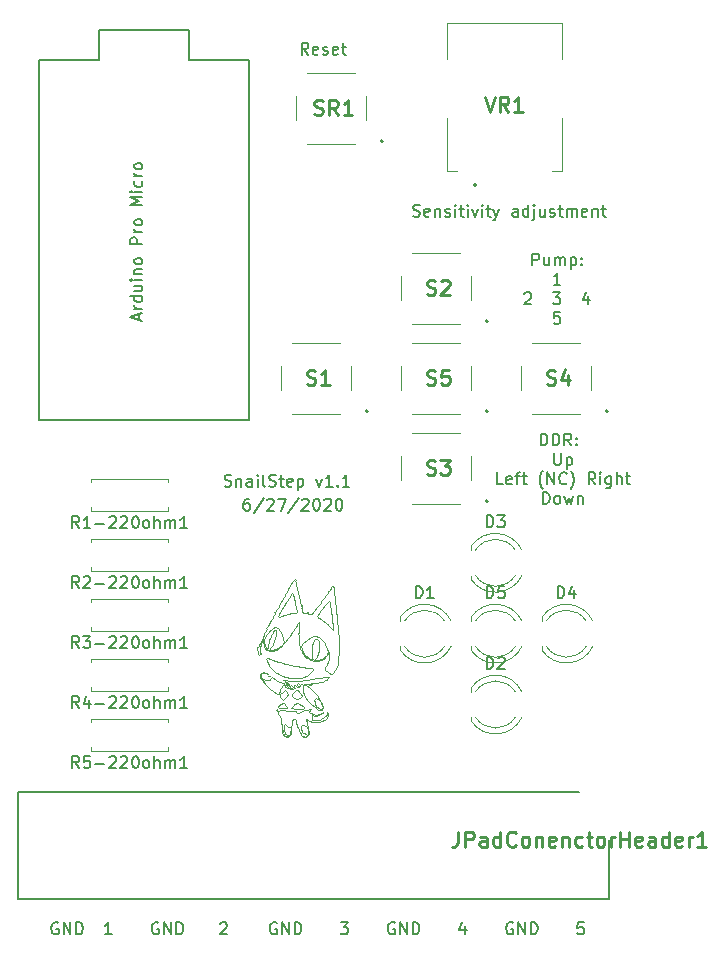
<source format=gbr>
%TF.GenerationSoftware,KiCad,Pcbnew,(5.1.6)-1*%
%TF.CreationDate,2020-06-27T19:36:01-04:00*%
%TF.ProjectId,dancegames controller,64616e63-6567-4616-9d65-7320636f6e74,rev?*%
%TF.SameCoordinates,Original*%
%TF.FileFunction,Legend,Top*%
%TF.FilePolarity,Positive*%
%FSLAX46Y46*%
G04 Gerber Fmt 4.6, Leading zero omitted, Abs format (unit mm)*
G04 Created by KiCad (PCBNEW (5.1.6)-1) date 2020-06-27 19:36:01*
%MOMM*%
%LPD*%
G01*
G04 APERTURE LIST*
%ADD10C,0.150000*%
%ADD11C,0.100000*%
%ADD12C,0.120000*%
%ADD13C,0.200000*%
%ADD14C,0.254000*%
G04 APERTURE END LIST*
D10*
X133738095Y-138500000D02*
X133642857Y-138452380D01*
X133500000Y-138452380D01*
X133357142Y-138500000D01*
X133261904Y-138595238D01*
X133214285Y-138690476D01*
X133166666Y-138880952D01*
X133166666Y-139023809D01*
X133214285Y-139214285D01*
X133261904Y-139309523D01*
X133357142Y-139404761D01*
X133500000Y-139452380D01*
X133595238Y-139452380D01*
X133738095Y-139404761D01*
X133785714Y-139357142D01*
X133785714Y-139023809D01*
X133595238Y-139023809D01*
X134214285Y-139452380D02*
X134214285Y-138452380D01*
X134785714Y-139452380D01*
X134785714Y-138452380D01*
X135261904Y-139452380D02*
X135261904Y-138452380D01*
X135500000Y-138452380D01*
X135642857Y-138500000D01*
X135738095Y-138595238D01*
X135785714Y-138690476D01*
X135833333Y-138880952D01*
X135833333Y-139023809D01*
X135785714Y-139214285D01*
X135738095Y-139309523D01*
X135642857Y-139404761D01*
X135500000Y-139452380D01*
X135261904Y-139452380D01*
X153738095Y-138500000D02*
X153642857Y-138452380D01*
X153500000Y-138452380D01*
X153357142Y-138500000D01*
X153261904Y-138595238D01*
X153214285Y-138690476D01*
X153166666Y-138880952D01*
X153166666Y-139023809D01*
X153214285Y-139214285D01*
X153261904Y-139309523D01*
X153357142Y-139404761D01*
X153500000Y-139452380D01*
X153595238Y-139452380D01*
X153738095Y-139404761D01*
X153785714Y-139357142D01*
X153785714Y-139023809D01*
X153595238Y-139023809D01*
X154214285Y-139452380D02*
X154214285Y-138452380D01*
X154785714Y-139452380D01*
X154785714Y-138452380D01*
X155261904Y-139452380D02*
X155261904Y-138452380D01*
X155500000Y-138452380D01*
X155642857Y-138500000D01*
X155738095Y-138595238D01*
X155785714Y-138690476D01*
X155833333Y-138880952D01*
X155833333Y-139023809D01*
X155785714Y-139214285D01*
X155738095Y-139309523D01*
X155642857Y-139404761D01*
X155500000Y-139452380D01*
X155261904Y-139452380D01*
X115238095Y-138500000D02*
X115142857Y-138452380D01*
X115000000Y-138452380D01*
X114857142Y-138500000D01*
X114761904Y-138595238D01*
X114714285Y-138690476D01*
X114666666Y-138880952D01*
X114666666Y-139023809D01*
X114714285Y-139214285D01*
X114761904Y-139309523D01*
X114857142Y-139404761D01*
X115000000Y-139452380D01*
X115095238Y-139452380D01*
X115238095Y-139404761D01*
X115285714Y-139357142D01*
X115285714Y-139023809D01*
X115095238Y-139023809D01*
X115714285Y-139452380D02*
X115714285Y-138452380D01*
X116285714Y-139452380D01*
X116285714Y-138452380D01*
X116761904Y-139452380D02*
X116761904Y-138452380D01*
X117000000Y-138452380D01*
X117142857Y-138500000D01*
X117238095Y-138595238D01*
X117285714Y-138690476D01*
X117333333Y-138880952D01*
X117333333Y-139023809D01*
X117285714Y-139214285D01*
X117238095Y-139309523D01*
X117142857Y-139404761D01*
X117000000Y-139452380D01*
X116761904Y-139452380D01*
X123738095Y-138500000D02*
X123642857Y-138452380D01*
X123500000Y-138452380D01*
X123357142Y-138500000D01*
X123261904Y-138595238D01*
X123214285Y-138690476D01*
X123166666Y-138880952D01*
X123166666Y-139023809D01*
X123214285Y-139214285D01*
X123261904Y-139309523D01*
X123357142Y-139404761D01*
X123500000Y-139452380D01*
X123595238Y-139452380D01*
X123738095Y-139404761D01*
X123785714Y-139357142D01*
X123785714Y-139023809D01*
X123595238Y-139023809D01*
X124214285Y-139452380D02*
X124214285Y-138452380D01*
X124785714Y-139452380D01*
X124785714Y-138452380D01*
X125261904Y-139452380D02*
X125261904Y-138452380D01*
X125500000Y-138452380D01*
X125642857Y-138500000D01*
X125738095Y-138595238D01*
X125785714Y-138690476D01*
X125833333Y-138880952D01*
X125833333Y-139023809D01*
X125785714Y-139214285D01*
X125738095Y-139309523D01*
X125642857Y-139404761D01*
X125500000Y-139452380D01*
X125261904Y-139452380D01*
X143738095Y-138500000D02*
X143642857Y-138452380D01*
X143500000Y-138452380D01*
X143357142Y-138500000D01*
X143261904Y-138595238D01*
X143214285Y-138690476D01*
X143166666Y-138880952D01*
X143166666Y-139023809D01*
X143214285Y-139214285D01*
X143261904Y-139309523D01*
X143357142Y-139404761D01*
X143500000Y-139452380D01*
X143595238Y-139452380D01*
X143738095Y-139404761D01*
X143785714Y-139357142D01*
X143785714Y-139023809D01*
X143595238Y-139023809D01*
X144214285Y-139452380D02*
X144214285Y-138452380D01*
X144785714Y-139452380D01*
X144785714Y-138452380D01*
X145261904Y-139452380D02*
X145261904Y-138452380D01*
X145500000Y-138452380D01*
X145642857Y-138500000D01*
X145738095Y-138595238D01*
X145785714Y-138690476D01*
X145833333Y-138880952D01*
X145833333Y-139023809D01*
X145785714Y-139214285D01*
X145738095Y-139309523D01*
X145642857Y-139404761D01*
X145500000Y-139452380D01*
X145261904Y-139452380D01*
D11*
X136077841Y-120309780D02*
X136074545Y-120207565D01*
X136074545Y-120207565D02*
X136052421Y-120192800D01*
X137546001Y-120462200D02*
X137546001Y-120462200D01*
X136052421Y-120192800D02*
X135963447Y-120140798D01*
X135963447Y-120140798D02*
X135878584Y-120087125D01*
X135878584Y-120087125D02*
X135869600Y-120081200D01*
X137439421Y-120487580D02*
X137537222Y-120462659D01*
X137537222Y-120462659D02*
X137546001Y-120462200D01*
X135869600Y-120081200D02*
X135776168Y-120023714D01*
X135776168Y-120023714D02*
X135674162Y-119963218D01*
X135674162Y-119963218D02*
X135576647Y-119911704D01*
X135576647Y-119911704D02*
X135480485Y-119879972D01*
X135480485Y-119879972D02*
X135381302Y-119903552D01*
X135381302Y-119903552D02*
X135351240Y-119923760D01*
X132775801Y-118272760D02*
X132853817Y-118354062D01*
X132853817Y-118354062D02*
X132955197Y-118449106D01*
X132955197Y-118449106D02*
X133032750Y-118517759D01*
X133032750Y-118517759D02*
X133116165Y-118589002D01*
X133116165Y-118589002D02*
X133203635Y-118661430D01*
X133203635Y-118661430D02*
X133293350Y-118733635D01*
X133293350Y-118733635D02*
X133383503Y-118804212D01*
X133383503Y-118804212D02*
X133472284Y-118871753D01*
X133472284Y-118871753D02*
X133557886Y-118934853D01*
X133557886Y-118934853D02*
X133676370Y-119018096D01*
X133676370Y-119018096D02*
X133777526Y-119083433D01*
X133777526Y-119083433D02*
X133874897Y-119134490D01*
X133874897Y-119134490D02*
X133903441Y-119141400D01*
X132618421Y-117815560D02*
X132540093Y-117746391D01*
X132540093Y-117746391D02*
X132568037Y-117845441D01*
X132568037Y-117845441D02*
X132616450Y-117935870D01*
X132616450Y-117935870D02*
X132628441Y-117957620D01*
X137144601Y-118171160D02*
X137244497Y-118145277D01*
X137244497Y-118145277D02*
X137353949Y-118129667D01*
X137353949Y-118129667D02*
X137449421Y-118120360D01*
X137449421Y-118120360D02*
X137558811Y-118103041D01*
X137558811Y-118103041D02*
X137662262Y-118072642D01*
X137662262Y-118072642D02*
X137757863Y-118026643D01*
X137757863Y-118026643D02*
X137774601Y-118013760D01*
X133791841Y-117972980D02*
X133703924Y-117915677D01*
X133703924Y-117915677D02*
X133619947Y-117860464D01*
X133619947Y-117860464D02*
X133528985Y-117800909D01*
X133528985Y-117800909D02*
X133512421Y-117790160D01*
X134772381Y-118308200D02*
X134774847Y-118410543D01*
X134774847Y-118410543D02*
X134724365Y-118507654D01*
X134724365Y-118507654D02*
X134660441Y-118577560D01*
X136164061Y-119369980D02*
X136238629Y-119487065D01*
X136238629Y-119487065D02*
X136305484Y-119574210D01*
X136305484Y-119574210D02*
X136383571Y-119666447D01*
X136383571Y-119666447D02*
X136470761Y-119761909D01*
X136470761Y-119761909D02*
X136564927Y-119858728D01*
X136564927Y-119858728D02*
X136663939Y-119955038D01*
X136663939Y-119955038D02*
X136765670Y-120048970D01*
X136765670Y-120048970D02*
X136867992Y-120138659D01*
X136867992Y-120138659D02*
X136968777Y-120222237D01*
X136968777Y-120222237D02*
X137065895Y-120297836D01*
X137065895Y-120297836D02*
X137157220Y-120363590D01*
X137157220Y-120363590D02*
X137278688Y-120439676D01*
X137278688Y-120439676D02*
X137375149Y-120483106D01*
X137375149Y-120483106D02*
X137439421Y-120487580D01*
X135950801Y-118516420D02*
X135952987Y-118641174D01*
X135952987Y-118641174D02*
X135964186Y-118747524D01*
X135964186Y-118747524D02*
X135983209Y-118857559D01*
X135983209Y-118857559D02*
X136009524Y-118969307D01*
X136009524Y-118969307D02*
X136042597Y-119080798D01*
X136042597Y-119080798D02*
X136081899Y-119190060D01*
X136081899Y-119190060D02*
X136126895Y-119295123D01*
X136126895Y-119295123D02*
X136164061Y-119369980D01*
X135803441Y-118303160D02*
X135884652Y-118238729D01*
X135884652Y-118238729D02*
X135941531Y-118322354D01*
X135941531Y-118322354D02*
X135951518Y-118425823D01*
X135951518Y-118425823D02*
X135950801Y-118516420D01*
X132603021Y-118008400D02*
X132535347Y-117924335D01*
X132535347Y-117924335D02*
X132484334Y-117836877D01*
X132484334Y-117836877D02*
X132471021Y-117790160D01*
X134792441Y-118638400D02*
X134895146Y-118664562D01*
X134895146Y-118664562D02*
X135002632Y-118664232D01*
X135002632Y-118664232D02*
X135102505Y-118655595D01*
X135102505Y-118655595D02*
X135117641Y-118653760D01*
X134203241Y-118186200D02*
X134116956Y-118126682D01*
X134116956Y-118126682D02*
X134045841Y-118099980D01*
X132735061Y-118150780D02*
X132603021Y-118008400D01*
X133771441Y-120512980D02*
X133791841Y-120462200D01*
X135656061Y-118272760D02*
X135720128Y-118354178D01*
X135720128Y-118354178D02*
X135803441Y-118303160D01*
X135382001Y-118425160D02*
X135428728Y-118519034D01*
X135428728Y-118519034D02*
X135535808Y-118527109D01*
X135535808Y-118527109D02*
X135595221Y-118501360D01*
X136438440Y-117891760D02*
X136333059Y-117913896D01*
X136333059Y-117913896D02*
X136224478Y-117929643D01*
X136224478Y-117929643D02*
X136111849Y-117943704D01*
X136111849Y-117943704D02*
X136077841Y-117947580D01*
X134350601Y-118308200D02*
X134396421Y-118226980D01*
X132471021Y-117790160D02*
X132415200Y-117718980D01*
X137546001Y-120462200D02*
X137615900Y-120386653D01*
X137615900Y-120386653D02*
X137647601Y-120330160D01*
X132811241Y-117363400D02*
X132903521Y-117409658D01*
X132903521Y-117409658D02*
X132998772Y-117450777D01*
X132998772Y-117450777D02*
X132918397Y-117383959D01*
X132918397Y-117383959D02*
X132887441Y-117363400D01*
X134498001Y-117922160D02*
X134390038Y-117898540D01*
X134390038Y-117898540D02*
X134286743Y-117889261D01*
X134286743Y-117889261D02*
X134340601Y-117942560D01*
X135620601Y-118008400D02*
X135508189Y-118023652D01*
X135508189Y-118023652D02*
X135382318Y-118031349D01*
X135382318Y-118031349D02*
X135280731Y-118032199D01*
X135280731Y-118032199D02*
X135174273Y-118028857D01*
X135174273Y-118028857D02*
X135064099Y-118021347D01*
X135064099Y-118021347D02*
X134951368Y-118009695D01*
X134951368Y-118009695D02*
X134837236Y-117993926D01*
X134837236Y-117993926D02*
X134722859Y-117974063D01*
X134722859Y-117974063D02*
X134609395Y-117950133D01*
X134609395Y-117950133D02*
X134498001Y-117922160D01*
X136179421Y-118353980D02*
X136076729Y-118324622D01*
X136076729Y-118324622D02*
X136032021Y-118257400D01*
X135514001Y-118211580D02*
X135613884Y-118220999D01*
X135613884Y-118220999D02*
X135656061Y-118272760D01*
X135595221Y-118501360D02*
X135683167Y-118451328D01*
X135683167Y-118451328D02*
X135661380Y-118450560D01*
X135661380Y-118450560D02*
X135559016Y-118427264D01*
X135559016Y-118427264D02*
X135497936Y-118343318D01*
X135497936Y-118343318D02*
X135496093Y-118237173D01*
X135496093Y-118237173D02*
X135514001Y-118211580D01*
X135214221Y-118425160D02*
X135228967Y-118319320D01*
X135228967Y-118319320D02*
X135328759Y-118328691D01*
X135328759Y-118328691D02*
X135382001Y-118425160D01*
X137789641Y-117698580D02*
X137676815Y-117704874D01*
X137676815Y-117704874D02*
X137565604Y-117711985D01*
X137565604Y-117711985D02*
X137463054Y-117719740D01*
X137463054Y-117719740D02*
X137351968Y-117730780D01*
X137351968Y-117730780D02*
X137297021Y-117739360D01*
X135305801Y-118592580D02*
X135229303Y-118526324D01*
X135229303Y-118526324D02*
X135214221Y-118425160D01*
X133715601Y-120462200D02*
X133771441Y-120512980D01*
X134660441Y-118577560D02*
X134660441Y-118618000D01*
X136077841Y-117947580D02*
X135973850Y-117959479D01*
X135973850Y-117959479D02*
X135871591Y-117971823D01*
X135871591Y-117971823D02*
X135762516Y-117985977D01*
X135762516Y-117985977D02*
X135663062Y-118000651D01*
X135663062Y-118000651D02*
X135620601Y-118008400D01*
X133995021Y-118902760D02*
X134027510Y-118793102D01*
X134027510Y-118793102D02*
X134066318Y-118687750D01*
X134066318Y-118687750D02*
X134109176Y-118590506D01*
X134109176Y-118590506D02*
X134164988Y-118486145D01*
X134164988Y-118486145D02*
X134229402Y-118395936D01*
X134229402Y-118395936D02*
X134304841Y-118359000D01*
X134553841Y-118516420D02*
X134595306Y-118420678D01*
X134595306Y-118420678D02*
X134664480Y-118346009D01*
X134664480Y-118346009D02*
X134756404Y-118300706D01*
X134756404Y-118300706D02*
X134772381Y-118308200D01*
X134416801Y-118074580D02*
X134362868Y-118161039D01*
X134362868Y-118161039D02*
X134274777Y-118209886D01*
X134274777Y-118209886D02*
X134203241Y-118186200D01*
X137774601Y-118013760D02*
X137855738Y-117952918D01*
X137855738Y-117952918D02*
X137901601Y-117942560D01*
X133736001Y-120411400D02*
X133715601Y-120462200D01*
X132379441Y-117556560D02*
X132408593Y-117450294D01*
X132408593Y-117450294D02*
X132481414Y-117363723D01*
X132481414Y-117363723D02*
X132586295Y-117321352D01*
X132586295Y-117321352D02*
X132693963Y-117323333D01*
X132693963Y-117323333D02*
X132791300Y-117353967D01*
X132791300Y-117353967D02*
X132811241Y-117363400D01*
X137347841Y-119496981D02*
X137269298Y-119373633D01*
X137269298Y-119373633D02*
X137205668Y-119285852D01*
X137205668Y-119285852D02*
X137134622Y-119195168D01*
X137134622Y-119195168D02*
X137057529Y-119102900D01*
X137057529Y-119102900D02*
X136975760Y-119010363D01*
X136975760Y-119010363D02*
X136890684Y-118918877D01*
X136890684Y-118918877D02*
X136803670Y-118829757D01*
X136803670Y-118829757D02*
X136716090Y-118744323D01*
X136716090Y-118744323D02*
X136629312Y-118663890D01*
X136629312Y-118663890D02*
X136544707Y-118589776D01*
X136544707Y-118589776D02*
X136463643Y-118523299D01*
X136463643Y-118523299D02*
X136351686Y-118440784D01*
X136351686Y-118440784D02*
X136255404Y-118382862D01*
X136255404Y-118382862D02*
X136179421Y-118353980D01*
X134660441Y-118618000D02*
X134763735Y-118620824D01*
X134763735Y-118620824D02*
X134792441Y-118638400D01*
X132349020Y-117393780D02*
X132320947Y-117494684D01*
X132320947Y-117494684D02*
X132324569Y-117615105D01*
X132324569Y-117615105D02*
X132364403Y-117726635D01*
X132364403Y-117726635D02*
X132423880Y-117830374D01*
X132423880Y-117830374D02*
X132486234Y-117920005D01*
X132486234Y-117920005D02*
X132564969Y-118022173D01*
X132564969Y-118022173D02*
X132661140Y-118139038D01*
X132661140Y-118139038D02*
X132735461Y-118226179D01*
X132735461Y-118226179D02*
X132775801Y-118272760D01*
X134340601Y-117942560D02*
X134417978Y-118010427D01*
X134417978Y-118010427D02*
X134416801Y-118074580D01*
X136560421Y-118221980D02*
X136664074Y-118217647D01*
X136664074Y-118217647D02*
X136787898Y-118211127D01*
X136787898Y-118211127D02*
X136900902Y-118203579D01*
X136900902Y-118203579D02*
X137015525Y-118193462D01*
X137015525Y-118193462D02*
X137119257Y-118178774D01*
X137119257Y-118178774D02*
X137144601Y-118171160D01*
X134416801Y-118328580D02*
X134425933Y-118431460D01*
X134425933Y-118431460D02*
X134472601Y-118506400D01*
X134304841Y-118359000D02*
X134350601Y-118308200D01*
X137297021Y-117739360D02*
X137152036Y-117762675D01*
X137152036Y-117762675D02*
X137020027Y-117784124D01*
X137020027Y-117784124D02*
X136901122Y-117803706D01*
X136901122Y-117803706D02*
X136795447Y-117821419D01*
X136795447Y-117821419D02*
X136675348Y-117842132D01*
X136675348Y-117842132D02*
X136559076Y-117863352D01*
X136559076Y-117863352D02*
X136460541Y-117884337D01*
X136460541Y-117884337D02*
X136438440Y-117891760D01*
X138043641Y-117820580D02*
X138160641Y-117678200D01*
X133248381Y-117729000D02*
X133223771Y-117833077D01*
X133223771Y-117833077D02*
X133160358Y-117912628D01*
X133160358Y-117912628D02*
X133059783Y-117950247D01*
X133059783Y-117950247D02*
X132941690Y-117948837D01*
X132941690Y-117948837D02*
X132902841Y-117942560D01*
X132415200Y-117718980D02*
X132376526Y-117620430D01*
X132376526Y-117620430D02*
X132379441Y-117556560D01*
X132902841Y-117942560D02*
X132799852Y-117914296D01*
X132799852Y-117914296D02*
X132702619Y-117872688D01*
X132702619Y-117872688D02*
X132618421Y-117815560D01*
X138160641Y-117678200D02*
X137789641Y-117698580D01*
X137647601Y-120330160D02*
X137667670Y-120228824D01*
X137667670Y-120228824D02*
X137650597Y-120116733D01*
X137650597Y-120116733D02*
X137609599Y-119998293D01*
X137609599Y-119998293D02*
X137557857Y-119883209D01*
X137557857Y-119883209D02*
X137507337Y-119783193D01*
X137507337Y-119783193D02*
X137446306Y-119670116D01*
X137446306Y-119670116D02*
X137374335Y-119542792D01*
X137374335Y-119542792D02*
X137347841Y-119496981D01*
X134045841Y-118099980D02*
X133946623Y-118060299D01*
X133946623Y-118060299D02*
X133852248Y-118011386D01*
X133852248Y-118011386D02*
X133791841Y-117972980D01*
X132887441Y-117363400D02*
X132792892Y-117314545D01*
X132792892Y-117314545D02*
X132690589Y-117286576D01*
X132690589Y-117286576D02*
X132588449Y-117278787D01*
X132588449Y-117278787D02*
X132477247Y-117295089D01*
X132477247Y-117295089D02*
X132380478Y-117347931D01*
X132380478Y-117347931D02*
X132349020Y-117393780D01*
X132628441Y-117957620D02*
X132735061Y-118150780D01*
X136032021Y-118257400D02*
X136145099Y-118243238D01*
X136145099Y-118243238D02*
X136252655Y-118236112D01*
X136252655Y-118236112D02*
X136361443Y-118230321D01*
X136361443Y-118230321D02*
X136483068Y-118224925D01*
X136483068Y-118224925D02*
X136560421Y-118221980D01*
X137901601Y-117942560D02*
X137986785Y-117884654D01*
X137986785Y-117884654D02*
X138043641Y-117820580D01*
X135117641Y-118653760D02*
X135217716Y-118634947D01*
X135217716Y-118634947D02*
X135315318Y-118604577D01*
X135315318Y-118604577D02*
X135305801Y-118592580D01*
X134396421Y-118226980D02*
X134416801Y-118328580D01*
X133791841Y-120462200D02*
X133791841Y-120462200D01*
X133512421Y-117790160D02*
X133412321Y-117723576D01*
X133412321Y-117723576D02*
X133320790Y-117668978D01*
X133320790Y-117668978D02*
X133248381Y-117729000D01*
X134472601Y-118506400D02*
X134553841Y-118516420D01*
X133903441Y-119141400D02*
X133951258Y-119045629D01*
X133951258Y-119045629D02*
X133984939Y-118939149D01*
X133984939Y-118939149D02*
X133995021Y-118902760D01*
X137708441Y-121335800D02*
X137807230Y-121275151D01*
X137807230Y-121275151D02*
X137898692Y-121210636D01*
X137898692Y-121210636D02*
X137984854Y-121140383D01*
X137984854Y-121140383D02*
X138049001Y-121071780D01*
X134965241Y-122255556D02*
X134969290Y-122147872D01*
X134969290Y-122147872D02*
X134978277Y-122029620D01*
X134978277Y-122029620D02*
X134988747Y-121919815D01*
X134988747Y-121919815D02*
X135001193Y-121805460D01*
X135001193Y-121805460D02*
X135014928Y-121691887D01*
X135014928Y-121691887D02*
X135026381Y-121605174D01*
X134061201Y-120502940D02*
X133956709Y-120520629D01*
X133956709Y-120520629D02*
X133867319Y-120566355D01*
X133867319Y-120566355D02*
X133848512Y-120665772D01*
X133848512Y-120665772D02*
X133895125Y-120760511D01*
X133895125Y-120760511D02*
X133969601Y-120858560D01*
X137652601Y-120711160D02*
X137673001Y-120670380D01*
X136743221Y-121254600D02*
X136748241Y-121158000D01*
X137180061Y-120883960D02*
X137074786Y-120898624D01*
X137074786Y-120898624D02*
X136971800Y-120863178D01*
X136971800Y-120863178D02*
X136885601Y-120827800D01*
X137622201Y-121173380D02*
X137532248Y-121222416D01*
X137532248Y-121222416D02*
X137434446Y-121266977D01*
X137434446Y-121266977D02*
X137325708Y-121301577D01*
X137325708Y-121301577D02*
X137212436Y-121320212D01*
X137212436Y-121320212D02*
X137103528Y-121325674D01*
X137103528Y-121325674D02*
X137083801Y-121325780D01*
X138049001Y-121071780D02*
X138080876Y-120975091D01*
X138080876Y-120975091D02*
X138086788Y-120874798D01*
X138086788Y-120874798D02*
X138072068Y-120763123D01*
X138072068Y-120763123D02*
X138024787Y-120672630D01*
X138024787Y-120672630D02*
X138003201Y-120665380D01*
X136997241Y-121468152D02*
X137103540Y-121473034D01*
X137103540Y-121473034D02*
X137219621Y-121476485D01*
X137219621Y-121476485D02*
X137333445Y-121473950D01*
X137333445Y-121473950D02*
X137442407Y-121457318D01*
X137442407Y-121457318D02*
X137543785Y-121421480D01*
X137543785Y-121421480D02*
X137639705Y-121373596D01*
X137639705Y-121373596D02*
X137708441Y-121335800D01*
X136271001Y-121254600D02*
X136413021Y-121351180D01*
X136230220Y-122702396D02*
X136311420Y-122637639D01*
X136311420Y-122637639D02*
X136331800Y-122631208D01*
X136306420Y-121533994D02*
X136271001Y-121254600D01*
X136418060Y-122067394D02*
X136389890Y-121962189D01*
X136389890Y-121962189D02*
X136364893Y-121858599D01*
X136364893Y-121858599D02*
X136341439Y-121750288D01*
X136341439Y-121750288D02*
X136321732Y-121644512D01*
X136321732Y-121644512D02*
X136306420Y-121533994D01*
X136631601Y-120385980D02*
X136611221Y-120370620D01*
X135026381Y-121605174D02*
X135045676Y-121478324D01*
X135045676Y-121478324D02*
X135066873Y-121360748D01*
X135066873Y-121360748D02*
X135096745Y-121259104D01*
X135096745Y-121259104D02*
X135180154Y-121199721D01*
X135180154Y-121199721D02*
X135209200Y-121198780D01*
X137469801Y-120741580D02*
X137378408Y-120794972D01*
X137378408Y-120794972D02*
X137287001Y-120817780D01*
X133791841Y-120462200D02*
X133736001Y-120411400D01*
X133969601Y-120858560D02*
X134026974Y-120940521D01*
X134026974Y-120940521D02*
X134069341Y-121043726D01*
X134069341Y-121043726D02*
X134093428Y-121144552D01*
X134093428Y-121144552D02*
X134110513Y-121248603D01*
X134110513Y-121248603D02*
X134126756Y-121378591D01*
X134126756Y-121378591D02*
X134138996Y-121495961D01*
X134138996Y-121495961D02*
X134147421Y-121584788D01*
X138003201Y-120665380D02*
X137987841Y-120721200D01*
X134147421Y-121584788D02*
X134164412Y-121767722D01*
X134164412Y-121767722D02*
X134179438Y-121927159D01*
X134179438Y-121927159D02*
X134192915Y-122064840D01*
X134192915Y-122064840D02*
X134205261Y-122182505D01*
X134205261Y-122182505D02*
X134216892Y-122281896D01*
X134216892Y-122281896D02*
X134233909Y-122400525D01*
X134233909Y-122400525D02*
X134257984Y-122510985D01*
X134257984Y-122510985D02*
X134303838Y-122602724D01*
X134303838Y-122602724D02*
X134400659Y-122660118D01*
X134400659Y-122660118D02*
X134416801Y-122666972D01*
X137673001Y-120670380D02*
X137571401Y-120688812D01*
X137571401Y-120688812D02*
X137480665Y-120734005D01*
X137480665Y-120734005D02*
X137469801Y-120741580D01*
X134721601Y-122687358D02*
X134721601Y-122687358D01*
X134594601Y-122743164D02*
X134688030Y-122706089D01*
X134688030Y-122706089D02*
X134721601Y-122687358D01*
X134416801Y-122666972D02*
X134510413Y-122708845D01*
X134510413Y-122708845D02*
X134594601Y-122743164D01*
X136921021Y-120934760D02*
X137030000Y-120941989D01*
X137030000Y-120941989D02*
X137134870Y-120934865D01*
X137134870Y-120934865D02*
X137242548Y-120905431D01*
X137242548Y-120905431D02*
X137342801Y-120858560D01*
X134721601Y-122687358D02*
X134815263Y-122631086D01*
X134815263Y-122631086D02*
X134890939Y-122560907D01*
X134890939Y-122560907D02*
X134941297Y-122460338D01*
X134941297Y-122460338D02*
X134959497Y-122360583D01*
X134959497Y-122360583D02*
X134965241Y-122255556D01*
X135382001Y-120589180D02*
X135264557Y-120565007D01*
X135264557Y-120565007D02*
X135151939Y-120550713D01*
X135151939Y-120550713D02*
X135016761Y-120537157D01*
X135016761Y-120537157D02*
X134866433Y-120524817D01*
X134866433Y-120524817D02*
X134761456Y-120517500D01*
X134761456Y-120517500D02*
X134655233Y-120511075D01*
X134655233Y-120511075D02*
X134549960Y-120505684D01*
X134549960Y-120505684D02*
X134447832Y-120501467D01*
X134447832Y-120501467D02*
X134305340Y-120497653D01*
X134305340Y-120497653D02*
X134182271Y-120497276D01*
X134182271Y-120497276D02*
X134061201Y-120502940D01*
X135468221Y-120695800D02*
X135414642Y-120608758D01*
X135414642Y-120608758D02*
X135382001Y-120589180D01*
X135747600Y-120614580D02*
X135667090Y-120676193D01*
X135667090Y-120676193D02*
X135572761Y-120726583D01*
X135572761Y-120726583D02*
X135471605Y-120715583D01*
X135471605Y-120715583D02*
X135468221Y-120695800D01*
X136611221Y-120370620D02*
X136512141Y-120419333D01*
X136512141Y-120419333D02*
X136415025Y-120448407D01*
X136415025Y-120448407D02*
X136301340Y-120472212D01*
X136301340Y-120472212D02*
X136197026Y-120486021D01*
X136197026Y-120486021D02*
X136179421Y-120487580D01*
X136885601Y-120827800D02*
X136787483Y-120786456D01*
X136787483Y-120786456D02*
X136686136Y-120745991D01*
X136686136Y-120745991D02*
X136591000Y-120711135D01*
X136591000Y-120711135D02*
X136555421Y-120700800D01*
X137287001Y-120817780D02*
X137194189Y-120861513D01*
X137194189Y-120861513D02*
X137180061Y-120883960D01*
X136179421Y-120487580D02*
X136071184Y-120504378D01*
X136071184Y-120504378D02*
X135971732Y-120525531D01*
X135971732Y-120525531D02*
X135871372Y-120554370D01*
X135871372Y-120554370D02*
X135775493Y-120595579D01*
X135775493Y-120595579D02*
X135747600Y-120614580D01*
X136555421Y-120700800D02*
X136524356Y-120602375D01*
X136524356Y-120602375D02*
X136558303Y-120503372D01*
X136558303Y-120503372D02*
X136612396Y-120411216D01*
X136612396Y-120411216D02*
X136631601Y-120385980D01*
X137342801Y-120858560D02*
X137434690Y-120807813D01*
X137434690Y-120807813D02*
X137529864Y-120761906D01*
X137529864Y-120761906D02*
X137623026Y-120722277D01*
X137623026Y-120722277D02*
X137652601Y-120711160D01*
X135910061Y-122661958D02*
X135996594Y-122716070D01*
X135996594Y-122716070D02*
X136102593Y-122744962D01*
X136102593Y-122744962D02*
X136208089Y-122736208D01*
X136208089Y-122736208D02*
X136230220Y-122702396D01*
X135397021Y-121488204D02*
X135423114Y-121586494D01*
X135423114Y-121586494D02*
X135459923Y-121700925D01*
X135459923Y-121700925D02*
X135505313Y-121826749D01*
X135505313Y-121826749D02*
X135557152Y-121959223D01*
X135557152Y-121959223D02*
X135613307Y-122093601D01*
X135613307Y-122093601D02*
X135671644Y-122225136D01*
X135671644Y-122225136D02*
X135730030Y-122349084D01*
X135730030Y-122349084D02*
X135786332Y-122460700D01*
X135786332Y-122460700D02*
X135838417Y-122555237D01*
X135838417Y-122555237D02*
X135897617Y-122646518D01*
X135897617Y-122646518D02*
X135910061Y-122661958D01*
X137083801Y-121325780D02*
X136972688Y-121322186D01*
X136972688Y-121322186D02*
X136869291Y-121309553D01*
X136869291Y-121309553D02*
X136772242Y-121278168D01*
X136772242Y-121278168D02*
X136743221Y-121254600D01*
X136748241Y-121020980D02*
X136710424Y-120927395D01*
X136710424Y-120927395D02*
X136824016Y-120922923D01*
X136824016Y-120922923D02*
X136921021Y-120934760D01*
X136331800Y-122631208D02*
X136418226Y-122570323D01*
X136418226Y-122570323D02*
X136459464Y-122466615D01*
X136459464Y-122466615D02*
X136468272Y-122346357D01*
X136468272Y-122346357D02*
X136456294Y-122227710D01*
X136456294Y-122227710D02*
X136433741Y-122122739D01*
X136433741Y-122122739D02*
X136418060Y-122067394D01*
X135209200Y-121198780D02*
X135306422Y-121228597D01*
X135306422Y-121228597D02*
X135354673Y-121321684D01*
X135354673Y-121321684D02*
X135382037Y-121422377D01*
X135382037Y-121422377D02*
X135397021Y-121488204D01*
X136748241Y-121158000D02*
X136768669Y-121059292D01*
X136768669Y-121059292D02*
X136748241Y-121020980D01*
X136413021Y-121351180D02*
X136505014Y-121397325D01*
X136505014Y-121397325D02*
X136609850Y-121427057D01*
X136609850Y-121427057D02*
X136722585Y-121445920D01*
X136722585Y-121445920D02*
X136835558Y-121457748D01*
X136835558Y-121457748D02*
X136939970Y-121465086D01*
X136939970Y-121465086D02*
X136997241Y-121468152D01*
X137987841Y-120721200D02*
X137989888Y-120826676D01*
X137989888Y-120826676D02*
X137928846Y-120928240D01*
X137928846Y-120928240D02*
X137855828Y-121005771D01*
X137855828Y-121005771D02*
X137761089Y-121083765D01*
X137761089Y-121083765D02*
X137671315Y-121144303D01*
X137671315Y-121144303D02*
X137622201Y-121173380D01*
X136392641Y-116896160D02*
X136237139Y-116881074D01*
X136237139Y-116881074D02*
X136070727Y-116860878D01*
X136070727Y-116860878D02*
X135894997Y-116835937D01*
X135894997Y-116835937D02*
X135711542Y-116806615D01*
X135711542Y-116806615D02*
X135521953Y-116773276D01*
X135521953Y-116773276D02*
X135327823Y-116736286D01*
X135327823Y-116736286D02*
X135229553Y-116716535D01*
X135229553Y-116716535D02*
X135130744Y-116696009D01*
X135130744Y-116696009D02*
X135031596Y-116674752D01*
X135031596Y-116674752D02*
X134932308Y-116652810D01*
X134932308Y-116652810D02*
X134833079Y-116630228D01*
X134833079Y-116630228D02*
X134734107Y-116607053D01*
X134734107Y-116607053D02*
X134635592Y-116583329D01*
X134635592Y-116583329D02*
X134537733Y-116559103D01*
X134537733Y-116559103D02*
X134440729Y-116534420D01*
X134440729Y-116534420D02*
X134250081Y-116483865D01*
X134250081Y-116483865D02*
X134065240Y-116432029D01*
X134065240Y-116432029D02*
X133887800Y-116379277D01*
X133887800Y-116379277D02*
X133719351Y-116325972D01*
X133719351Y-116325972D02*
X133561486Y-116272481D01*
X133561486Y-116272481D02*
X133487021Y-116245780D01*
X136423381Y-118293140D02*
X136530226Y-118313084D01*
X136530226Y-118313084D02*
X136560421Y-118313200D01*
X136941421Y-112105580D02*
X136856487Y-112160894D01*
X136856487Y-112160894D02*
X136839841Y-112156400D01*
X136961801Y-112029400D02*
X136941421Y-112105580D01*
X134980600Y-120299760D02*
X135089292Y-120335074D01*
X135089292Y-120335074D02*
X135193072Y-120347041D01*
X135193072Y-120347041D02*
X135318456Y-120355181D01*
X135318456Y-120355181D02*
X135456928Y-120359468D01*
X135456928Y-120359468D02*
X135599976Y-120359878D01*
X135599976Y-120359878D02*
X135739083Y-120356385D01*
X135739083Y-120356385D02*
X135865736Y-120348964D01*
X135865736Y-120348964D02*
X135971421Y-120337590D01*
X135971421Y-120337590D02*
X136077841Y-120309780D01*
X136072801Y-117652800D02*
X136191317Y-117598831D01*
X136191317Y-117598831D02*
X136287532Y-117542862D01*
X136287532Y-117542862D02*
X136385979Y-117477131D01*
X136385979Y-117477131D02*
X136483016Y-117404803D01*
X136483016Y-117404803D02*
X136574998Y-117329045D01*
X136574998Y-117329045D02*
X136658283Y-117253021D01*
X136658283Y-117253021D02*
X136729227Y-117179899D01*
X136729227Y-117179899D02*
X136798325Y-117092388D01*
X136798325Y-117092388D02*
X136829801Y-116997760D01*
X133101021Y-117546200D02*
X133055221Y-117566580D01*
X132877421Y-116123800D02*
X132902642Y-116231091D01*
X132902642Y-116231091D02*
X132942485Y-116339172D01*
X132942485Y-116339172D02*
X132988033Y-116446316D01*
X132988033Y-116446316D02*
X133024801Y-116525200D01*
X137033001Y-111948160D02*
X136957049Y-112015766D01*
X136957049Y-112015766D02*
X136961801Y-112029400D01*
X136560421Y-118313200D02*
X136668131Y-118311474D01*
X136668131Y-118311474D02*
X136728201Y-118293140D01*
X137180061Y-111729580D02*
X137115422Y-111807563D01*
X137115422Y-111807563D02*
X137119221Y-111826160D01*
X134655421Y-120269000D02*
X134602126Y-120181157D01*
X134602126Y-120181157D02*
X134553841Y-120131980D01*
X138262221Y-110281780D02*
X138211421Y-110352980D01*
X138689001Y-111241980D02*
X138678393Y-111134006D01*
X138678393Y-111134006D02*
X138667196Y-111024966D01*
X138667196Y-111024966D02*
X138656226Y-110917602D01*
X138656226Y-110917602D02*
X138648241Y-110835580D01*
X134457221Y-118780760D02*
X134299841Y-118922800D01*
X138734801Y-111597580D02*
X138716623Y-111490310D01*
X138716623Y-111490310D02*
X138701643Y-111382139D01*
X138701643Y-111382139D02*
X138690925Y-111274616D01*
X138690925Y-111274616D02*
X138689001Y-111241980D01*
X138927641Y-113299400D02*
X138880016Y-113200577D01*
X138880016Y-113200577D02*
X138868109Y-113094917D01*
X138868109Y-113094917D02*
X138858584Y-112987225D01*
X138858584Y-112987225D02*
X138851441Y-112892980D01*
X133024801Y-116525200D02*
X133070700Y-116614934D01*
X133070700Y-116614934D02*
X133122490Y-116702157D01*
X133122490Y-116702157D02*
X133179898Y-116786769D01*
X133179898Y-116786769D02*
X133242656Y-116868668D01*
X133242656Y-116868668D02*
X133310492Y-116947755D01*
X133310492Y-116947755D02*
X133383135Y-117023930D01*
X133383135Y-117023930D02*
X133460315Y-117097090D01*
X133460315Y-117097090D02*
X133541761Y-117167137D01*
X133541761Y-117167137D02*
X133627204Y-117233969D01*
X133627204Y-117233969D02*
X133716371Y-117297487D01*
X133716371Y-117297487D02*
X133808993Y-117357589D01*
X133808993Y-117357589D02*
X133904798Y-117414175D01*
X133904798Y-117414175D02*
X134003517Y-117467144D01*
X134003517Y-117467144D02*
X134104879Y-117516397D01*
X134104879Y-117516397D02*
X134208613Y-117561832D01*
X134208613Y-117561832D02*
X134314448Y-117603350D01*
X134314448Y-117603350D02*
X134422114Y-117640849D01*
X134422114Y-117640849D02*
X134531341Y-117674229D01*
X134531341Y-117674229D02*
X134641857Y-117703390D01*
X134641857Y-117703390D02*
X134753392Y-117728231D01*
X134753392Y-117728231D02*
X134865675Y-117748652D01*
X134865675Y-117748652D02*
X134978437Y-117764551D01*
X134978437Y-117764551D02*
X135091405Y-117775830D01*
X135091405Y-117775830D02*
X135204311Y-117782387D01*
X135204311Y-117782387D02*
X135316882Y-117784122D01*
X135316882Y-117784122D02*
X135428849Y-117780933D01*
X135428849Y-117780933D02*
X135539941Y-117772722D01*
X135539941Y-117772722D02*
X135649887Y-117759387D01*
X135649887Y-117759387D02*
X135758416Y-117740828D01*
X135758416Y-117740828D02*
X135865259Y-117716944D01*
X135865259Y-117716944D02*
X135970144Y-117687634D01*
X135970144Y-117687634D02*
X136072801Y-117652800D01*
X134655421Y-120269000D02*
X134655421Y-120269000D01*
X134081241Y-119065160D02*
X134008076Y-119142626D01*
X134008076Y-119142626D02*
X134020346Y-119253021D01*
X134020346Y-119253021D02*
X134059238Y-119348012D01*
X134059238Y-119348012D02*
X134122021Y-119441160D01*
X134299841Y-118922800D02*
X134214746Y-118989583D01*
X134214746Y-118989583D02*
X134127122Y-119047489D01*
X134127122Y-119047489D02*
X134081241Y-119065160D01*
X135742601Y-119019400D02*
X135675300Y-118941524D01*
X135675300Y-118941524D02*
X135600323Y-118861761D01*
X135600323Y-118861761D02*
X135509575Y-118792243D01*
X135509575Y-118792243D02*
X135403519Y-118789354D01*
X135403519Y-118789354D02*
X135313848Y-118851401D01*
X135313848Y-118851401D02*
X135240101Y-118921999D01*
X135240101Y-118921999D02*
X135219221Y-118943200D01*
X136829801Y-116997760D02*
X136734228Y-116945627D01*
X136734228Y-116945627D02*
X136630377Y-116924553D01*
X136630377Y-116924553D02*
X136511937Y-116908473D01*
X136511937Y-116908473D02*
X136392641Y-116896160D01*
X134503021Y-119400400D02*
X134503021Y-119400400D01*
X137241201Y-111673780D02*
X137180061Y-111729580D01*
X138211421Y-110352980D02*
X138136369Y-110421509D01*
X138136369Y-110421509D02*
X138114841Y-110464620D01*
X137378241Y-111490980D02*
X137308575Y-111570502D01*
X137308575Y-111570502D02*
X137245586Y-111651842D01*
X137245586Y-111651842D02*
X137241201Y-111673780D01*
X138114841Y-110464620D02*
X138064851Y-110559014D01*
X138064851Y-110559014D02*
X138000018Y-110659616D01*
X138000018Y-110659616D02*
X137941628Y-110743492D01*
X137941628Y-110743492D02*
X137878245Y-110830153D01*
X137878245Y-110830153D02*
X137812907Y-110915608D01*
X137812907Y-110915608D02*
X137748652Y-110995863D01*
X137748652Y-110995863D02*
X137669916Y-111087883D01*
X137669916Y-111087883D02*
X137592771Y-111165515D01*
X137592771Y-111165515D02*
X137571421Y-111181140D01*
X138963381Y-113883580D02*
X138938938Y-113781275D01*
X138938938Y-113781275D02*
X138940624Y-113670643D01*
X138940624Y-113670643D02*
X138943001Y-113604160D01*
X137525601Y-111267400D02*
X137483268Y-111366038D01*
X137483268Y-111366038D02*
X137412939Y-111453237D01*
X137412939Y-111453237D02*
X137378241Y-111490980D01*
X133487021Y-116245780D02*
X133375530Y-116204739D01*
X133375530Y-116204739D02*
X133278512Y-116169090D01*
X133278512Y-116169090D02*
X133157927Y-116125288D01*
X133157927Y-116125288D02*
X133038427Y-116083884D01*
X133038427Y-116083884D02*
X132931313Y-116054945D01*
X132931313Y-116054945D02*
X132877421Y-116123800D01*
X138851441Y-112892980D02*
X138842148Y-112750515D01*
X138842148Y-112750515D02*
X138833296Y-112618129D01*
X138833296Y-112618129D02*
X138824848Y-112495419D01*
X138824848Y-112495419D02*
X138816765Y-112381983D01*
X138816765Y-112381983D02*
X138809012Y-112277417D01*
X138809012Y-112277417D02*
X138797917Y-112136322D01*
X138797917Y-112136322D02*
X138787353Y-112012922D01*
X138787353Y-112012922D02*
X138777195Y-111905860D01*
X138777195Y-111905860D02*
X138764064Y-111786177D01*
X138764064Y-111786177D02*
X138747898Y-111669117D01*
X138747898Y-111669117D02*
X138734801Y-111597580D01*
X138968421Y-116575980D02*
X138983441Y-115153580D01*
X135737601Y-119405400D02*
X135737601Y-119405400D01*
X134553841Y-118887400D02*
X134457221Y-118780760D01*
X136077841Y-120309780D02*
X136077841Y-120309780D01*
X134503021Y-119400400D02*
X134578534Y-119326097D01*
X134578534Y-119326097D02*
X134644485Y-119245815D01*
X134644485Y-119245815D02*
X134684573Y-119145887D01*
X134684573Y-119145887D02*
X134664888Y-119045198D01*
X134664888Y-119045198D02*
X134601426Y-118945465D01*
X134601426Y-118945465D02*
X134553841Y-118887400D01*
X134426841Y-119949160D02*
X134363670Y-119866046D01*
X134363670Y-119866046D02*
X134259650Y-119872312D01*
X134259650Y-119872312D02*
X134156754Y-119921224D01*
X134156754Y-119921224D02*
X134070297Y-119974413D01*
X134070297Y-119974413D02*
X133995021Y-120025361D01*
X134553841Y-120131980D02*
X134483957Y-120052946D01*
X134483957Y-120052946D02*
X134432194Y-119964204D01*
X134432194Y-119964204D02*
X134426841Y-119949160D01*
X133182221Y-117597000D02*
X133182221Y-117597000D01*
X133858001Y-120248940D02*
X133954371Y-120276007D01*
X133954371Y-120276007D02*
X134069288Y-120291937D01*
X134069288Y-120291937D02*
X134202602Y-120302450D01*
X134202602Y-120302450D02*
X134306211Y-120306595D01*
X134306211Y-120306595D02*
X134406338Y-120307391D01*
X134406338Y-120307391D02*
X134524184Y-120303020D01*
X134524184Y-120303020D02*
X134626570Y-120288398D01*
X134626570Y-120288398D02*
X134655421Y-120269000D01*
X137119221Y-111826160D02*
X137069651Y-111919725D01*
X137069651Y-111919725D02*
X137033001Y-111948160D01*
X138648241Y-110835580D02*
X138633345Y-110710249D01*
X138633345Y-110710249D02*
X138619192Y-110584435D01*
X138619192Y-110584435D02*
X138606089Y-110461947D01*
X138606089Y-110461947D02*
X138594341Y-110346597D01*
X138594341Y-110346597D02*
X138584253Y-110242196D01*
X138584253Y-110242196D02*
X138574447Y-110132898D01*
X138574447Y-110132898D02*
X138567021Y-110032800D01*
X137571421Y-111181140D02*
X137525601Y-111267400D01*
X138943001Y-113604160D02*
X138946596Y-113500140D01*
X138946596Y-113500140D02*
X138947995Y-113398351D01*
X138947995Y-113398351D02*
X138943220Y-113295548D01*
X138943220Y-113295548D02*
X138927641Y-113299400D01*
X135737601Y-119405400D02*
X135814150Y-119326876D01*
X135814150Y-119326876D02*
X135863190Y-119237160D01*
X135863190Y-119237160D02*
X135825820Y-119129898D01*
X135825820Y-119129898D02*
X135757351Y-119037922D01*
X135757351Y-119037922D02*
X135742601Y-119019400D01*
X134274421Y-119598580D02*
X134356512Y-119532519D01*
X134356512Y-119532519D02*
X134439351Y-119458273D01*
X134439351Y-119458273D02*
X134503021Y-119400400D01*
X138343441Y-110180200D02*
X138268471Y-110251018D01*
X138268471Y-110251018D02*
X138262221Y-110281780D01*
X138389221Y-110104000D02*
X138343441Y-110180200D01*
X138465421Y-109997400D02*
X138390226Y-110068428D01*
X138390226Y-110068428D02*
X138389221Y-110104000D01*
X138567021Y-110032800D02*
X138473298Y-109993254D01*
X138473298Y-109993254D02*
X138465421Y-109997400D01*
X138744801Y-117007780D02*
X138968421Y-116575980D01*
X133055221Y-117566580D02*
X133145313Y-117618478D01*
X133145313Y-117618478D02*
X133182221Y-117597000D01*
X136728201Y-118293140D02*
X136622330Y-118285855D01*
X136622330Y-118285855D02*
X136519169Y-118286462D01*
X136519169Y-118286462D02*
X136423381Y-118293140D01*
X136728201Y-118293140D02*
X136728201Y-118293140D01*
X135011021Y-119192160D02*
X135070763Y-119273510D01*
X135070763Y-119273510D02*
X135144596Y-119349934D01*
X135144596Y-119349934D02*
X135214221Y-119415760D01*
X133995021Y-120025361D02*
X133901467Y-120091093D01*
X133901467Y-120091093D02*
X133820813Y-120154089D01*
X133820813Y-120154089D02*
X133858001Y-120248940D01*
X135351240Y-119923760D02*
X135256610Y-119990102D01*
X135256610Y-119990102D02*
X135174809Y-120051742D01*
X135174809Y-120051742D02*
X135091337Y-120121550D01*
X135091337Y-120121550D02*
X135019968Y-120193639D01*
X135019968Y-120193639D02*
X134975917Y-120288294D01*
X134975917Y-120288294D02*
X134980600Y-120299760D01*
X134122021Y-119441160D02*
X134189110Y-119515885D01*
X134189110Y-119515885D02*
X134260258Y-119588949D01*
X134260258Y-119588949D02*
X134274421Y-119598580D01*
X133182221Y-117597000D02*
X133101021Y-117546200D01*
X136072801Y-117652800D02*
X136072801Y-117652800D01*
X135219221Y-118943200D02*
X135146980Y-119015717D01*
X135146980Y-119015717D02*
X135078583Y-119091564D01*
X135078583Y-119091564D02*
X135017474Y-119174273D01*
X135017474Y-119174273D02*
X135011021Y-119192160D01*
X135214221Y-119415760D02*
X135291525Y-119480767D01*
X135291525Y-119480767D02*
X135388638Y-119543177D01*
X135388638Y-119543177D02*
X135487980Y-119562261D01*
X135487980Y-119562261D02*
X135590823Y-119522865D01*
X135590823Y-119522865D02*
X135677202Y-119458561D01*
X135677202Y-119458561D02*
X135737601Y-119405400D01*
X138983441Y-115153580D02*
X138985143Y-115009492D01*
X138985143Y-115009492D02*
X138986376Y-114871049D01*
X138986376Y-114871049D02*
X138987155Y-114738890D01*
X138987155Y-114738890D02*
X138987498Y-114613654D01*
X138987498Y-114613654D02*
X138987419Y-114495980D01*
X138987419Y-114495980D02*
X138986935Y-114386509D01*
X138986935Y-114386509D02*
X138986063Y-114285879D01*
X138986063Y-114285879D02*
X138984061Y-114152910D01*
X138984061Y-114152910D02*
X138981275Y-114043431D01*
X138981275Y-114043431D02*
X138976435Y-113937730D01*
X138976435Y-113937730D02*
X138963381Y-113883580D01*
X136738220Y-114244200D02*
X136865705Y-114215178D01*
X136865705Y-114215178D02*
X136988261Y-114205250D01*
X136988261Y-114205250D02*
X137106034Y-114214487D01*
X137106034Y-114214487D02*
X137219171Y-114242966D01*
X137219171Y-114242966D02*
X137327821Y-114290759D01*
X137327821Y-114290759D02*
X137432130Y-114357940D01*
X137432130Y-114357940D02*
X137532245Y-114444585D01*
X137532245Y-114444585D02*
X137628315Y-114550768D01*
X137628315Y-114550768D02*
X137690186Y-114632446D01*
X137690186Y-114632446D02*
X137750369Y-114722863D01*
X137750369Y-114722863D02*
X137808905Y-114822040D01*
X137808905Y-114822040D02*
X137865841Y-114930000D01*
X137683021Y-111790760D02*
X137757195Y-111693573D01*
X137757195Y-111693573D02*
X137823754Y-111607538D01*
X137823754Y-111607538D02*
X137910391Y-111498514D01*
X137910391Y-111498514D02*
X137982664Y-111412316D01*
X137982664Y-111412316D02*
X138059558Y-111330548D01*
X138059558Y-111330548D02*
X138141179Y-111272414D01*
X138141179Y-111272414D02*
X138226028Y-111334000D01*
X138226028Y-111334000D02*
X138231801Y-111348580D01*
X133451601Y-113817400D02*
X133397700Y-113901706D01*
X133397700Y-113901706D02*
X133342706Y-114003419D01*
X133342706Y-114003419D02*
X133287923Y-114118798D01*
X133287923Y-114118798D02*
X133234653Y-114244102D01*
X133234653Y-114244102D02*
X133184201Y-114375592D01*
X133184201Y-114375592D02*
X133137870Y-114509526D01*
X133137870Y-114509526D02*
X133096963Y-114642165D01*
X133096963Y-114642165D02*
X133062784Y-114769768D01*
X133062784Y-114769768D02*
X133036635Y-114888595D01*
X133036635Y-114888595D02*
X133019821Y-114994906D01*
X133019821Y-114994906D02*
X133014441Y-115056980D01*
X136555421Y-116113780D02*
X136462338Y-116059325D01*
X136462338Y-116059325D02*
X136367576Y-115986690D01*
X136367576Y-115986690D02*
X136273468Y-115899143D01*
X136273468Y-115899143D02*
X136182352Y-115799951D01*
X136182352Y-115799951D02*
X136096563Y-115692384D01*
X136096563Y-115692384D02*
X136018439Y-115579710D01*
X136018439Y-115579710D02*
X135950315Y-115465196D01*
X135950315Y-115465196D02*
X135894527Y-115352112D01*
X135894527Y-115352112D02*
X135853413Y-115243726D01*
X135853413Y-115243726D02*
X135829307Y-115143306D01*
X135829307Y-115143306D02*
X135823840Y-115082400D01*
X134579221Y-118303160D02*
X134511004Y-118376950D01*
X134511004Y-118376950D02*
X134477601Y-118353980D01*
X135341220Y-111567160D02*
X135363281Y-111676929D01*
X135363281Y-111676929D02*
X135386003Y-111780025D01*
X135386003Y-111780025D02*
X135412998Y-111889677D01*
X135412998Y-111889677D02*
X135442343Y-111990062D01*
X135442343Y-111990062D02*
X135473240Y-112059780D01*
X134371001Y-114721780D02*
X134172841Y-114930000D01*
X138231801Y-111348580D02*
X138257097Y-111455997D01*
X138257097Y-111455997D02*
X138277196Y-111567225D01*
X138277196Y-111567225D02*
X138299784Y-111704912D01*
X138299784Y-111704912D02*
X138315741Y-111807917D01*
X138315741Y-111807917D02*
X138332075Y-111917455D01*
X138332075Y-111917455D02*
X138348496Y-112031433D01*
X138348496Y-112031433D02*
X138364713Y-112147762D01*
X138364713Y-112147762D02*
X138380434Y-112264350D01*
X138380434Y-112264350D02*
X138395368Y-112379106D01*
X138395368Y-112379106D02*
X138409224Y-112489940D01*
X138409224Y-112489940D02*
X138421710Y-112594760D01*
X138421710Y-112594760D02*
X138437233Y-112736141D01*
X138437233Y-112736141D02*
X138445021Y-112816780D01*
X137027641Y-116139160D02*
X137101111Y-116043424D01*
X137101111Y-116043424D02*
X137152533Y-115955678D01*
X137152533Y-115955678D02*
X137197545Y-115857619D01*
X137197545Y-115857619D02*
X137236265Y-115748882D01*
X137236265Y-115748882D02*
X137268811Y-115629103D01*
X137268811Y-115629103D02*
X137295301Y-115497917D01*
X137295301Y-115497917D02*
X137311265Y-115391823D01*
X137311265Y-115391823D02*
X137323939Y-115278955D01*
X137323939Y-115278955D02*
X137327441Y-115239800D01*
X136916021Y-116261141D02*
X137027641Y-116139160D01*
X134472601Y-112410400D02*
X134368119Y-112445267D01*
X134368119Y-112445267D02*
X134236195Y-112489266D01*
X134236195Y-112489266D02*
X134131282Y-112523860D01*
X134131282Y-112523860D02*
X134028072Y-112556442D01*
X134028072Y-112556442D02*
X133927737Y-112580393D01*
X133927737Y-112580393D02*
X133893421Y-112537400D01*
X133781801Y-115234780D02*
X133689657Y-115276308D01*
X133689657Y-115276308D02*
X133585847Y-115312349D01*
X133585847Y-115312349D02*
X133477754Y-115341713D01*
X133477754Y-115341713D02*
X133372761Y-115363212D01*
X133372761Y-115363212D02*
X133257122Y-115377212D01*
X133257122Y-115377212D02*
X133150195Y-115368619D01*
X133150195Y-115368619D02*
X133131421Y-115346760D01*
X133116061Y-113817400D02*
X133204154Y-113728483D01*
X133204154Y-113728483D02*
X133285988Y-113652900D01*
X133285988Y-113652900D02*
X133386578Y-113572298D01*
X133386578Y-113572298D02*
X133478953Y-113514041D01*
X133478953Y-113514041D02*
X133585405Y-113471460D01*
X133585405Y-113471460D02*
X133684872Y-113461061D01*
X133684872Y-113461061D02*
X133799587Y-113488930D01*
X133799587Y-113488930D02*
X133837601Y-113507580D01*
X137865841Y-114930000D02*
X137914927Y-115028081D01*
X137914927Y-115028081D02*
X137960838Y-115124577D01*
X137960838Y-115124577D02*
X138009481Y-115232872D01*
X138009481Y-115232872D02*
X138048462Y-115326715D01*
X138048462Y-115326715D02*
X138082746Y-115425865D01*
X138082746Y-115425865D02*
X138084421Y-115432980D01*
X134477601Y-118353980D02*
X134507799Y-118253382D01*
X134507799Y-118253382D02*
X134523421Y-118176160D01*
X138084421Y-115432980D02*
X138082864Y-115550024D01*
X138082864Y-115550024D02*
X138033602Y-115675628D01*
X138033602Y-115675628D02*
X137969903Y-115771439D01*
X137969903Y-115771439D02*
X137886818Y-115865504D01*
X137886818Y-115865504D02*
X137787541Y-115955010D01*
X137787541Y-115955010D02*
X137675264Y-116037148D01*
X137675264Y-116037148D02*
X137553179Y-116109103D01*
X137553179Y-116109103D02*
X137424478Y-116168064D01*
X137424478Y-116168064D02*
X137292355Y-116211221D01*
X137292355Y-116211221D02*
X137160001Y-116235760D01*
X134523421Y-118176160D02*
X134574221Y-118110000D01*
X138511221Y-113390940D02*
X138526056Y-113492127D01*
X138526056Y-113492127D02*
X138540893Y-113593469D01*
X138540893Y-113593469D02*
X138546641Y-113654980D01*
X138445021Y-112816780D02*
X138452799Y-112919440D01*
X138452799Y-112919440D02*
X138463817Y-113033319D01*
X138463817Y-113033319D02*
X138477084Y-113150395D01*
X138477084Y-113150395D02*
X138491610Y-113262645D01*
X138491610Y-113262645D02*
X138506402Y-113362047D01*
X138506402Y-113362047D02*
X138511221Y-113390940D01*
X136712840Y-115514200D02*
X136713814Y-115640976D01*
X136713814Y-115640976D02*
X136716815Y-115751333D01*
X136716815Y-115751333D02*
X136723596Y-115867280D01*
X136723596Y-115867280D02*
X136736483Y-115975997D01*
X136736483Y-115975997D02*
X136762379Y-116073299D01*
X136762379Y-116073299D02*
X136784001Y-116108760D01*
X133131421Y-115346760D02*
X133131421Y-115346760D01*
X135473240Y-112059780D02*
X135445309Y-112163793D01*
X135445309Y-112163793D02*
X135345464Y-112208860D01*
X135345464Y-112208860D02*
X135242204Y-112228486D01*
X135242204Y-112228486D02*
X135163421Y-112232580D01*
X132948601Y-115280580D02*
X132867593Y-115209553D01*
X132867593Y-115209553D02*
X132817730Y-115121766D01*
X132817730Y-115121766D02*
X132770142Y-115012113D01*
X132770142Y-115012113D02*
X132736757Y-114915358D01*
X132736757Y-114915358D02*
X132710051Y-114816117D01*
X132710051Y-114816117D02*
X132689601Y-114696360D01*
X135061841Y-110556200D02*
X135118321Y-110661854D01*
X135118321Y-110661854D02*
X135152490Y-110767318D01*
X135152490Y-110767318D02*
X135180583Y-110865412D01*
X135180583Y-110865412D02*
X135210148Y-110977306D01*
X135210148Y-110977306D02*
X135240610Y-111100766D01*
X135240610Y-111100766D02*
X135271391Y-111233560D01*
X135271391Y-111233560D02*
X135301916Y-111373453D01*
X135301916Y-111373453D02*
X135331607Y-111518211D01*
X135331607Y-111518211D02*
X135341220Y-111567160D01*
X138059021Y-113223160D02*
X138059021Y-113223160D01*
X137271601Y-112364580D02*
X137346930Y-112295786D01*
X137346930Y-112295786D02*
X137347841Y-112288400D01*
X134477601Y-118353980D02*
X134477601Y-118353980D01*
X132689601Y-114696360D02*
X132684938Y-114591749D01*
X132684938Y-114591749D02*
X132694714Y-114489809D01*
X132694714Y-114489809D02*
X132719991Y-114388454D01*
X132719991Y-114388454D02*
X132761831Y-114285597D01*
X132761831Y-114285597D02*
X132821295Y-114179150D01*
X132821295Y-114179150D02*
X132878099Y-114095703D01*
X132878099Y-114095703D02*
X132945862Y-114008183D01*
X132945862Y-114008183D02*
X133025033Y-113915709D01*
X133025033Y-113915709D02*
X133116061Y-113817400D01*
X133131421Y-115346760D02*
X133178874Y-115258491D01*
X133178874Y-115258491D02*
X133217641Y-115224780D01*
X137327441Y-115239800D02*
X137335842Y-115100959D01*
X137335842Y-115100959D02*
X137338174Y-114973362D01*
X137338174Y-114973362D02*
X137334539Y-114857535D01*
X137334539Y-114857535D02*
X137325037Y-114754006D01*
X137325037Y-114754006D02*
X137303416Y-114636007D01*
X137303416Y-114636007D02*
X137262340Y-114522472D01*
X137262340Y-114522472D02*
X137193061Y-114439263D01*
X137193061Y-114439263D02*
X137119221Y-114416980D01*
X133014441Y-115056980D02*
X133003081Y-115165125D01*
X133003081Y-115165125D02*
X132971018Y-115263504D01*
X132971018Y-115263504D02*
X132948601Y-115280580D01*
X135823840Y-115082400D02*
X135865949Y-114973412D01*
X135865949Y-114973412D02*
X135926012Y-114888585D01*
X135926012Y-114888585D02*
X136006368Y-114794521D01*
X136006368Y-114794521D02*
X136102271Y-114695585D01*
X136102271Y-114695585D02*
X136208970Y-114596143D01*
X136208970Y-114596143D02*
X136321717Y-114500564D01*
X136321717Y-114500564D02*
X136435765Y-114413213D01*
X136435765Y-114413213D02*
X136546363Y-114338458D01*
X136546363Y-114338458D02*
X136648764Y-114280664D01*
X136648764Y-114280664D02*
X136738220Y-114244200D01*
X138546641Y-113654980D02*
X138459777Y-113581272D01*
X138459777Y-113581272D02*
X138383045Y-113513566D01*
X138383045Y-113513566D02*
X138288109Y-113429058D01*
X138288109Y-113429058D02*
X138201640Y-113351626D01*
X138201640Y-113351626D02*
X138107954Y-113267336D01*
X138107954Y-113267336D02*
X138059021Y-113223160D01*
X134807841Y-118577560D02*
X134807841Y-118577560D01*
X133837601Y-113507580D02*
X133917769Y-113572937D01*
X133917769Y-113572937D02*
X133985599Y-113656746D01*
X133985599Y-113656746D02*
X134054004Y-113763228D01*
X134054004Y-113763228D02*
X134104178Y-113855000D01*
X134104178Y-113855000D02*
X134152210Y-113954667D01*
X134152210Y-113954667D02*
X134197045Y-114060147D01*
X134197045Y-114060147D02*
X134237626Y-114169359D01*
X134237626Y-114169359D02*
X134272897Y-114280219D01*
X134272897Y-114280219D02*
X134301803Y-114390647D01*
X134301803Y-114390647D02*
X134309841Y-114427000D01*
X135163421Y-112232580D02*
X135060514Y-112246777D01*
X135060514Y-112246777D02*
X134941742Y-112273698D01*
X134941742Y-112273698D02*
X134823173Y-112304689D01*
X134823173Y-112304689D02*
X134719442Y-112333999D01*
X134719442Y-112333999D02*
X134610863Y-112366489D01*
X134610863Y-112366489D02*
X134500245Y-112401389D01*
X134500245Y-112401389D02*
X134472601Y-112410400D01*
X134848580Y-110886400D02*
X134899262Y-110796122D01*
X134899262Y-110796122D02*
X134952324Y-110703996D01*
X134952324Y-110703996D02*
X134970240Y-110673160D01*
X134309841Y-114427000D02*
X134371001Y-114721780D01*
X133690221Y-114117200D02*
X133709967Y-114009086D01*
X133709967Y-114009086D02*
X133726146Y-113903825D01*
X133726146Y-113903825D02*
X133733336Y-113801030D01*
X133733336Y-113801030D02*
X133705387Y-113700130D01*
X133705387Y-113700130D02*
X133685221Y-113675360D01*
X137388601Y-112705140D02*
X137289282Y-112644954D01*
X137289282Y-112644954D02*
X137214250Y-112560836D01*
X137214250Y-112560836D02*
X137188620Y-112463510D01*
X137188620Y-112463510D02*
X137245570Y-112377480D01*
X137245570Y-112377480D02*
X137271601Y-112364580D01*
X134172841Y-114930000D02*
X134091572Y-115005950D01*
X134091572Y-115005950D02*
X134013573Y-115071724D01*
X134013573Y-115071724D02*
X133933817Y-115133680D01*
X133933817Y-115133680D02*
X133846056Y-115195525D01*
X133846056Y-115195525D02*
X133781801Y-115234780D01*
X137119221Y-114416980D02*
X137017033Y-114453148D01*
X137017033Y-114453148D02*
X136950299Y-114537494D01*
X136950299Y-114537494D02*
X136899435Y-114630480D01*
X136899435Y-114630480D02*
X136860221Y-114711760D01*
X133685221Y-113675360D02*
X133586913Y-113653326D01*
X133586913Y-113653326D02*
X133517932Y-113727013D01*
X133517932Y-113727013D02*
X133451601Y-113817400D01*
X136784001Y-116108760D02*
X136700399Y-116173675D01*
X136700399Y-116173675D02*
X136596659Y-116132520D01*
X136596659Y-116132520D02*
X136555421Y-116113780D01*
X137160001Y-116235760D02*
X136916021Y-116261141D01*
X136860221Y-114711760D02*
X136808472Y-114822592D01*
X136808472Y-114822592D02*
X136770761Y-114920557D01*
X136770761Y-114920557D02*
X136744769Y-115018101D01*
X136744769Y-115018101D02*
X136728178Y-115127672D01*
X136728178Y-115127672D02*
X136720115Y-115232353D01*
X136720115Y-115232353D02*
X136715398Y-115359071D01*
X136715398Y-115359071D02*
X136713342Y-115472406D01*
X136713342Y-115472406D02*
X136712840Y-115514200D01*
X134574221Y-118110000D02*
X134667297Y-118149829D01*
X134667297Y-118149829D02*
X134629431Y-118248337D01*
X134629431Y-118248337D02*
X134579221Y-118303160D01*
X133893421Y-112537400D02*
X133893421Y-112537400D01*
X133893421Y-112537400D02*
X133923661Y-112431258D01*
X133923661Y-112431258D02*
X133978849Y-112313390D01*
X133978849Y-112313390D02*
X134039604Y-112198691D01*
X134039604Y-112198691D02*
X134089649Y-112109185D01*
X134089649Y-112109185D02*
X134147527Y-112008926D01*
X134147527Y-112008926D02*
X134213409Y-111897638D01*
X134213409Y-111897638D02*
X134287467Y-111775045D01*
X134287467Y-111775045D02*
X134369872Y-111640872D01*
X134369872Y-111640872D02*
X134460796Y-111494843D01*
X134460796Y-111494843D02*
X134560408Y-111336683D01*
X134560408Y-111336683D02*
X134668881Y-111166116D01*
X134668881Y-111166116D02*
X134726494Y-111076094D01*
X134726494Y-111076094D02*
X134786386Y-110982866D01*
X134786386Y-110982866D02*
X134848580Y-110886400D01*
X133217641Y-115224780D02*
X133291452Y-115135250D01*
X133291452Y-115135250D02*
X133357823Y-115023886D01*
X133357823Y-115023886D02*
X133409645Y-114922498D01*
X133409645Y-114922498D02*
X133461631Y-114809593D01*
X133461631Y-114809593D02*
X133512348Y-114688588D01*
X133512348Y-114688588D02*
X133560366Y-114562900D01*
X133560366Y-114562900D02*
X133604255Y-114435946D01*
X133604255Y-114435946D02*
X133642583Y-114311144D01*
X133642583Y-114311144D02*
X133673920Y-114191909D01*
X133673920Y-114191909D02*
X133690221Y-114117200D01*
X138059021Y-113223160D02*
X137983891Y-113156455D01*
X137983891Y-113156455D02*
X137907817Y-113091106D01*
X137907817Y-113091106D02*
X137807000Y-113007518D01*
X137807000Y-113007518D02*
X137709509Y-112929783D01*
X137709509Y-112929783D02*
X137618201Y-112859867D01*
X137618201Y-112859867D02*
X137535936Y-112799738D01*
X137535936Y-112799738D02*
X137450178Y-112741336D01*
X137450178Y-112741336D02*
X137388601Y-112705140D01*
X134970240Y-110673160D02*
X135023004Y-110586029D01*
X135023004Y-110586029D02*
X135061841Y-110556200D01*
X137347841Y-112288400D02*
X137396904Y-112198970D01*
X137396904Y-112198970D02*
X137458572Y-112106062D01*
X137458572Y-112106062D02*
X137524280Y-112011235D01*
X137524280Y-112011235D02*
X137584208Y-111926835D01*
X137584208Y-111926835D02*
X137649132Y-111837044D01*
X137649132Y-111837044D02*
X137683021Y-111790760D01*
X134884021Y-121869204D02*
X134931539Y-121965580D01*
X134931539Y-121965580D02*
X134923845Y-122070997D01*
X134923845Y-122070997D02*
X134919441Y-122123210D01*
X134807841Y-118577560D02*
X134834737Y-118474801D01*
X134834737Y-118474801D02*
X134890859Y-118388605D01*
X134890859Y-118388605D02*
X134978866Y-118329005D01*
X134978866Y-118329005D02*
X134985641Y-118328580D01*
X137576421Y-120289400D02*
X137492916Y-120344990D01*
X137492916Y-120344990D02*
X137388529Y-120338365D01*
X137388529Y-120338365D02*
X137297021Y-120304760D01*
X134401421Y-121727168D02*
X134471436Y-121653782D01*
X134471436Y-121653782D02*
X134557218Y-121711063D01*
X134557218Y-121711063D02*
X134640061Y-121787988D01*
X139059641Y-114610160D02*
X139039629Y-114710098D01*
X139039629Y-114710098D02*
X139039601Y-114721780D01*
X136194801Y-122484158D02*
X136090281Y-122442262D01*
X136090281Y-122442262D02*
X136001745Y-122368647D01*
X136001745Y-122368647D02*
X135934841Y-122291367D01*
X135934841Y-122291367D02*
X135875172Y-122203093D01*
X135875172Y-122203093D02*
X135826197Y-122108762D01*
X135826197Y-122108762D02*
X135791376Y-122013314D01*
X135791376Y-122013314D02*
X135773021Y-121899958D01*
X135773021Y-121899958D02*
X135784439Y-121795559D01*
X135784439Y-121795559D02*
X135853502Y-121719071D01*
X135853502Y-121719071D02*
X135963275Y-121732229D01*
X135963275Y-121732229D02*
X136047421Y-121767600D01*
X137515601Y-119898360D02*
X137565726Y-120001408D01*
X137565726Y-120001408D02*
X137609376Y-120097563D01*
X137609376Y-120097563D02*
X137638573Y-120194544D01*
X137638573Y-120194544D02*
X137584736Y-120283364D01*
X137584736Y-120283364D02*
X137576421Y-120289400D01*
X137190421Y-119512360D02*
X137286814Y-119563268D01*
X137286814Y-119563268D02*
X137362304Y-119638534D01*
X137362304Y-119638534D02*
X137419207Y-119720971D01*
X137419207Y-119720971D02*
X137470374Y-119810712D01*
X137470374Y-119810712D02*
X137515601Y-119898360D01*
X134660441Y-122595780D02*
X134680841Y-122646582D01*
X136047421Y-121767600D02*
X136142944Y-121809479D01*
X136142944Y-121809479D02*
X136225221Y-121787988D01*
X136951441Y-119750980D02*
X136944834Y-119636734D01*
X136944834Y-119636734D02*
X136956950Y-119529867D01*
X136956950Y-119529867D02*
X137042559Y-119472974D01*
X137042559Y-119472974D02*
X137150613Y-119497702D01*
X137150613Y-119497702D02*
X137190421Y-119512360D01*
X136225221Y-121787988D02*
X136291420Y-121863818D01*
X136291420Y-121863818D02*
X136335616Y-121971722D01*
X136335616Y-121971722D02*
X136370138Y-122073613D01*
X136370138Y-122073613D02*
X136400172Y-122178378D01*
X136400172Y-122178378D02*
X136426132Y-122297958D01*
X136426132Y-122297958D02*
X136433421Y-122372189D01*
X137297021Y-120304760D02*
X137197562Y-120250306D01*
X137197562Y-120250306D02*
X137111841Y-120169288D01*
X137111841Y-120169288D02*
X137052369Y-120083930D01*
X137052369Y-120083930D02*
X137005026Y-119984449D01*
X137005026Y-119984449D02*
X136970991Y-119872810D01*
X136970991Y-119872810D02*
X136951441Y-119750980D01*
X136382601Y-112232580D02*
X136418060Y-112197160D01*
X134259061Y-122214780D02*
X134284441Y-122153960D01*
X135859240Y-111587560D02*
X135859240Y-111587560D01*
X134421801Y-122306358D02*
X134410497Y-122199163D01*
X134410497Y-122199163D02*
X134394671Y-122095107D01*
X134394671Y-122095107D02*
X134376021Y-122001552D01*
X134655421Y-122555002D02*
X134551004Y-122529685D01*
X134551004Y-122529685D02*
X134465584Y-122462750D01*
X134465584Y-122462750D02*
X134430814Y-122365512D01*
X134430814Y-122365512D02*
X134421801Y-122306358D01*
X135859240Y-111587560D02*
X135823840Y-111622980D01*
X138455381Y-117454940D02*
X138532578Y-117371825D01*
X138532578Y-117371825D02*
X138589503Y-117285414D01*
X138589503Y-117285414D02*
X138642738Y-117196248D01*
X138642738Y-117196248D02*
X138699008Y-117095084D01*
X138699008Y-117095084D02*
X138744801Y-117007780D01*
X136433421Y-122372189D02*
X136413827Y-122472272D01*
X136413827Y-122472272D02*
X136368487Y-122567419D01*
X136368487Y-122567419D02*
X136331800Y-122560352D01*
X135991581Y-122661958D02*
X135991581Y-122661958D01*
X135991581Y-122661958D02*
X136062441Y-122661958D01*
X134350601Y-122595780D02*
X134299841Y-122539964D01*
X136062441Y-122661958D02*
X136027021Y-122697386D01*
X136418060Y-112197160D02*
X136418060Y-112197160D01*
X138196061Y-115880141D02*
X138183830Y-115984807D01*
X138183830Y-115984807D02*
X138164570Y-116113078D01*
X138164570Y-116113078D02*
X138141395Y-116229981D01*
X138141395Y-116229981D02*
X138113712Y-116337184D01*
X138113712Y-116337184D02*
X138080930Y-116436356D01*
X138080930Y-116436356D02*
X138042458Y-116529164D01*
X138042458Y-116529164D02*
X137985462Y-116638768D01*
X137985462Y-116638768D02*
X137932021Y-116723360D01*
X136494241Y-116169580D02*
X136598398Y-116221500D01*
X136598398Y-116221500D02*
X136704592Y-116262943D01*
X136704592Y-116262943D02*
X136812196Y-116293886D01*
X136812196Y-116293886D02*
X136920587Y-116314303D01*
X136920587Y-116314303D02*
X137029140Y-116324170D01*
X137029140Y-116324170D02*
X137137232Y-116323462D01*
X137137232Y-116323462D02*
X137244236Y-116312155D01*
X137244236Y-116312155D02*
X137349530Y-116290225D01*
X137349530Y-116290225D02*
X137452489Y-116257646D01*
X137452489Y-116257646D02*
X137552487Y-116214395D01*
X137552487Y-116214395D02*
X137617201Y-116179620D01*
X135666421Y-114950400D02*
X135694547Y-115059504D01*
X135694547Y-115059504D02*
X135725687Y-115164016D01*
X135725687Y-115164016D02*
X135759871Y-115263979D01*
X135759871Y-115263979D02*
X135797126Y-115359436D01*
X135797126Y-115359436D02*
X135858831Y-115494272D01*
X135858831Y-115494272D02*
X135927609Y-115619219D01*
X135927609Y-115619219D02*
X136003557Y-115734427D01*
X136003557Y-115734427D02*
X136086771Y-115840043D01*
X136086771Y-115840043D02*
X136177350Y-115936218D01*
X136177350Y-115936218D02*
X136275390Y-116023100D01*
X136275390Y-116023100D02*
X136380988Y-116100838D01*
X136380988Y-116100838D02*
X136494241Y-116169580D01*
X136331800Y-122560352D02*
X136248353Y-122495967D01*
X136248353Y-122495967D02*
X136194801Y-122484158D01*
X134919441Y-122123210D02*
X134907066Y-122252191D01*
X134907066Y-122252191D02*
X134891766Y-122354979D01*
X134891766Y-122354979D02*
X134860086Y-122465259D01*
X134860086Y-122465259D02*
X134793754Y-122542848D01*
X134793754Y-122542848D02*
X134689003Y-122558524D01*
X134689003Y-122558524D02*
X134655421Y-122555002D01*
X134640061Y-121787988D02*
X134717335Y-121863344D01*
X134717335Y-121863344D02*
X134804185Y-121923756D01*
X134804185Y-121923756D02*
X134884021Y-121869204D01*
X136418060Y-112197160D02*
X136347201Y-112197160D01*
X139039601Y-114721780D02*
X139042741Y-114824297D01*
X139042741Y-114824297D02*
X139059641Y-114838760D01*
X137805021Y-116956980D02*
X137876224Y-117050239D01*
X137876224Y-117050239D02*
X137965012Y-117130381D01*
X137965012Y-117130381D02*
X138044941Y-117196013D01*
X138044941Y-117196013D02*
X138130412Y-117261917D01*
X138130412Y-117261917D02*
X138216125Y-117324078D01*
X138216125Y-117324078D02*
X138321623Y-117394191D01*
X138321623Y-117394191D02*
X138421707Y-117447925D01*
X138421707Y-117447925D02*
X138455381Y-117454940D01*
X134655421Y-122555002D02*
X134655421Y-122555002D01*
X134350601Y-122519586D02*
X134401421Y-122575392D01*
X136027021Y-122697386D02*
X135991581Y-122661958D01*
X139059641Y-114838760D02*
X139067289Y-114737940D01*
X139067289Y-114737940D02*
X139063040Y-114634730D01*
X139063040Y-114634730D02*
X139059641Y-114610160D01*
X138109841Y-115656560D02*
X138165641Y-115585400D01*
X134299841Y-122539964D02*
X134299841Y-122539964D01*
X137932021Y-116723360D02*
X137876508Y-116808366D01*
X137876508Y-116808366D02*
X137826436Y-116898693D01*
X137826436Y-116898693D02*
X137805021Y-116956980D01*
X134299841Y-122539964D02*
X134350601Y-122519586D01*
X137617201Y-116179620D02*
X137709756Y-116119706D01*
X137709756Y-116119706D02*
X137799071Y-116052253D01*
X137799071Y-116052253D02*
X137882341Y-115980249D01*
X137882341Y-115980249D02*
X137956761Y-115906682D01*
X137956761Y-115906682D02*
X138033067Y-115817079D01*
X138033067Y-115817079D02*
X138092882Y-115720715D01*
X138092882Y-115720715D02*
X138109841Y-115656560D01*
X134401421Y-122575392D02*
X134350601Y-122595780D01*
X135859240Y-111658420D02*
X135859240Y-111587560D01*
X134579221Y-122646582D02*
X134579221Y-122646582D01*
X134599601Y-122697386D02*
X134579221Y-122646582D01*
X138165641Y-115585400D02*
X138205823Y-115686426D01*
X138205823Y-115686426D02*
X138203386Y-115792992D01*
X138203386Y-115792992D02*
X138196061Y-115880141D01*
X137297021Y-120304760D02*
X137297021Y-120304760D01*
X134284441Y-122306358D02*
X134259061Y-122214780D01*
X134284441Y-122153960D02*
X134291725Y-122254403D01*
X134291725Y-122254403D02*
X134284441Y-122306358D01*
X136331800Y-122560352D02*
X136331800Y-122560352D01*
X134680841Y-122646582D02*
X134599601Y-122697386D01*
X134376021Y-122001552D02*
X134369054Y-121900055D01*
X134369054Y-121900055D02*
X134378952Y-121799313D01*
X134378952Y-121799313D02*
X134401421Y-121727168D01*
X134579221Y-122646582D02*
X134660441Y-122595780D01*
X135823840Y-111622980D02*
X135859240Y-111658420D01*
X136347201Y-112197160D02*
X136382601Y-112232580D01*
X138744801Y-117007780D02*
X138744801Y-117007780D01*
X139059641Y-114610160D02*
X139059641Y-114610160D01*
X135087221Y-118582580D02*
X134992767Y-118627163D01*
X134992767Y-118627163D02*
X134885485Y-118627887D01*
X134885485Y-118627887D02*
X134807841Y-118577560D01*
X134985641Y-118328580D02*
X135069987Y-118397884D01*
X135069987Y-118397884D02*
X135102775Y-118500400D01*
X135102775Y-118500400D02*
X135087221Y-118582580D01*
X134259061Y-122214780D02*
X134259061Y-122214780D01*
X132064600Y-115214400D02*
X132085095Y-115313138D01*
X132085095Y-115313138D02*
X132120441Y-115361800D01*
X135630641Y-113014980D02*
X135649822Y-113123443D01*
X135649822Y-113123443D02*
X135642572Y-113225176D01*
X135642572Y-113225176D02*
X135636000Y-113284000D01*
X135315841Y-109413200D02*
X135265020Y-109352360D01*
X133979641Y-111587560D02*
X133949221Y-111622980D01*
X132120441Y-115361800D02*
X132152835Y-115456865D01*
X132152835Y-115456865D02*
X132145841Y-115509160D01*
X132826601Y-113746560D02*
X132786340Y-113841270D01*
X132786340Y-113841270D02*
X132735061Y-113898940D01*
X135239601Y-113604160D02*
X135293414Y-113518275D01*
X135293414Y-113518275D02*
X135362685Y-113408950D01*
X135362685Y-113408950D02*
X135427592Y-113307905D01*
X135427592Y-113307905D02*
X135486467Y-113217706D01*
X135486467Y-113217706D02*
X135549039Y-113124118D01*
X135549039Y-113124118D02*
X135610228Y-113037836D01*
X135610228Y-113037836D02*
X135630641Y-113014980D01*
X133837601Y-115300980D02*
X133946683Y-115236312D01*
X133946683Y-115236312D02*
X134055174Y-115158059D01*
X134055174Y-115158059D02*
X134164879Y-115064163D01*
X134164879Y-115064163D02*
X134239582Y-114991858D01*
X134239582Y-114991858D02*
X134316162Y-114911075D01*
X134316162Y-114911075D02*
X134395155Y-114821204D01*
X134395155Y-114821204D02*
X134477095Y-114721635D01*
X134477095Y-114721635D02*
X134562517Y-114611757D01*
X134562517Y-114611757D02*
X134651958Y-114490962D01*
X134651958Y-114490962D02*
X134745950Y-114358638D01*
X134745950Y-114358638D02*
X134845030Y-114214175D01*
X134845030Y-114214175D02*
X134949733Y-114056965D01*
X134949733Y-114056965D02*
X135060594Y-113886395D01*
X135060594Y-113886395D02*
X135118500Y-113795911D01*
X135118500Y-113795911D02*
X135178147Y-113701857D01*
X135178147Y-113701857D02*
X135239601Y-113604160D01*
X133004421Y-113258620D02*
X132994381Y-113284000D01*
X135788381Y-111490980D02*
X135757641Y-111404420D01*
X132623421Y-114782620D02*
X132643955Y-114904647D01*
X132643955Y-114904647D02*
X132673055Y-115015346D01*
X132673055Y-115015346D02*
X132710468Y-115114585D01*
X132710468Y-115114585D02*
X132781616Y-115241662D01*
X132781616Y-115241662D02*
X132870037Y-115342201D01*
X132870037Y-115342201D02*
X132974873Y-115415751D01*
X132974873Y-115415751D02*
X133095266Y-115461861D01*
X133095266Y-115461861D02*
X133230359Y-115480080D01*
X133230359Y-115480080D02*
X133379294Y-115469958D01*
X133379294Y-115469958D02*
X133485850Y-115447242D01*
X133485850Y-115447242D02*
X133597922Y-115411596D01*
X133597922Y-115411596D02*
X133715257Y-115362886D01*
X133715257Y-115362886D02*
X133837601Y-115300980D01*
X132145841Y-115509160D02*
X132137219Y-115609570D01*
X132137219Y-115609570D02*
X132149281Y-115709854D01*
X132149281Y-115709854D02*
X132156201Y-115732780D01*
X135930421Y-112059780D02*
X135904104Y-111962970D01*
X135904104Y-111962970D02*
X135895001Y-111948160D01*
X133182221Y-112969200D02*
X133156801Y-113050400D01*
X136398001Y-112313780D02*
X136291892Y-112282190D01*
X136291892Y-112282190D02*
X136192689Y-112255132D01*
X136192689Y-112255132D02*
X136088563Y-112229493D01*
X136088563Y-112229493D02*
X136027021Y-112217200D01*
X133995021Y-111495980D02*
X133979641Y-111587560D01*
X132359380Y-115559981D02*
X132335748Y-115453471D01*
X132335748Y-115453471D02*
X132335767Y-115331268D01*
X132335767Y-115331268D02*
X132347754Y-115217807D01*
X132347754Y-115217807D02*
X132369666Y-115095162D01*
X132369666Y-115095162D02*
X132400843Y-114967737D01*
X132400843Y-114967737D02*
X132429908Y-114871680D01*
X132429908Y-114871680D02*
X132463534Y-114777268D01*
X132463534Y-114777268D02*
X132501441Y-114686360D01*
X132588001Y-114493160D02*
X132623421Y-114782620D01*
X132501441Y-114686360D02*
X132588001Y-114493160D01*
X133918841Y-111673780D02*
X133903441Y-111724580D01*
X132156201Y-115732780D02*
X132216909Y-115812654D01*
X132216909Y-115812654D02*
X132303241Y-115763200D01*
X132994381Y-113284000D02*
X133008146Y-113385755D01*
X133008146Y-113385755D02*
X132963784Y-113475663D01*
X132963784Y-113475663D02*
X132928221Y-113477160D01*
X132110421Y-115168940D02*
X132064600Y-115214400D01*
X133639421Y-112207200D02*
X133589056Y-112319566D01*
X133589056Y-112319566D02*
X133526306Y-112433116D01*
X133526306Y-112433116D02*
X133469868Y-112530473D01*
X133469868Y-112530473D02*
X133409579Y-112631332D01*
X133409579Y-112631332D02*
X133349206Y-112729437D01*
X133349206Y-112729437D02*
X133292516Y-112818533D01*
X133292516Y-112818533D02*
X133229171Y-112912498D01*
X133229171Y-112912498D02*
X133182221Y-112969200D01*
X133578581Y-112212200D02*
X133639421Y-112207200D01*
X133639421Y-112156400D02*
X133558201Y-112186800D01*
X136027021Y-112217200D02*
X135931312Y-112174057D01*
X135931312Y-112174057D02*
X135876466Y-112084774D01*
X135876466Y-112084774D02*
X135874641Y-112064800D01*
X135361601Y-109590980D02*
X135341220Y-109524800D01*
X135636000Y-110835580D02*
X135597297Y-110736896D01*
X135597297Y-110736896D02*
X135565650Y-110629917D01*
X135565650Y-110629917D02*
X135540311Y-110529566D01*
X135540311Y-110529566D02*
X135518016Y-110426977D01*
X135518016Y-110426977D02*
X135498058Y-110311408D01*
X135498058Y-110311408D02*
X135493601Y-110276780D01*
X135681441Y-111064160D02*
X135675010Y-110959665D01*
X135675010Y-110959665D02*
X135646906Y-110858509D01*
X135646906Y-110858509D02*
X135636000Y-110835580D01*
X133710601Y-112100560D02*
X133639421Y-112156400D01*
X133746021Y-111907400D02*
X133693625Y-112000529D01*
X133693625Y-112000529D02*
X133690221Y-112054780D01*
X133690221Y-112054780D02*
X133710601Y-112100560D01*
X136804381Y-112252980D02*
X136779001Y-112308780D01*
X136839841Y-112156400D02*
X136768641Y-112212200D01*
X136768641Y-112212200D02*
X136804381Y-112252980D01*
X133949221Y-111622980D02*
X133918841Y-111673780D01*
X135874641Y-111851580D02*
X135859240Y-111755000D01*
X135265020Y-109352360D02*
X135191152Y-109443381D01*
X135191152Y-109443381D02*
X135125348Y-109546673D01*
X135125348Y-109546673D02*
X135064725Y-109645520D01*
X135064725Y-109645520D02*
X134995615Y-109760822D01*
X134995615Y-109760822D02*
X134919074Y-109890900D01*
X134919074Y-109890900D02*
X134864439Y-109984998D01*
X134864439Y-109984998D02*
X134807284Y-110084417D01*
X134807284Y-110084417D02*
X134747921Y-110188660D01*
X134747921Y-110188660D02*
X134686663Y-110297228D01*
X134686663Y-110297228D02*
X134655421Y-110352980D01*
X132303241Y-115763200D02*
X132379953Y-115692727D01*
X132379953Y-115692727D02*
X132372039Y-115588045D01*
X132372039Y-115588045D02*
X132359380Y-115559981D01*
X135422441Y-110002400D02*
X135397651Y-109893655D01*
X135397651Y-109893655D02*
X135384483Y-109783671D01*
X135384483Y-109783671D02*
X135386023Y-109678940D01*
X135386023Y-109678940D02*
X135392021Y-109646780D01*
X132735061Y-113898940D02*
X132709641Y-113939400D01*
X135341220Y-109524800D02*
X135348528Y-109421976D01*
X135348528Y-109421976D02*
X135315841Y-109413200D01*
X132892801Y-113609200D02*
X132838112Y-113694601D01*
X132838112Y-113694601D02*
X132826601Y-113746560D01*
X135493601Y-110276780D02*
X135469556Y-110175822D01*
X135469556Y-110175822D02*
X135441858Y-110070849D01*
X135441858Y-110070849D02*
X135422441Y-110002400D01*
X132181601Y-115168940D02*
X132110421Y-115168940D01*
X132709641Y-113939400D02*
X132688664Y-114049474D01*
X132688664Y-114049474D02*
X132649828Y-114147114D01*
X132649828Y-114147114D02*
X132609067Y-114242193D01*
X132609067Y-114242193D02*
X132560791Y-114349773D01*
X132560791Y-114349773D02*
X132506011Y-114467473D01*
X132506011Y-114467473D02*
X132491420Y-114498200D01*
X135392021Y-109646780D02*
X135361601Y-109590980D01*
X135717221Y-111114980D02*
X135681441Y-111064160D01*
X135737601Y-111236980D02*
X135752270Y-111134341D01*
X135752270Y-111134341D02*
X135717221Y-111114980D01*
X134655421Y-110352980D02*
X134592216Y-110463406D01*
X134592216Y-110463406D02*
X134530405Y-110571451D01*
X134530405Y-110571451D02*
X134470315Y-110676511D01*
X134470315Y-110676511D02*
X134412275Y-110777982D01*
X134412275Y-110777982D02*
X134356611Y-110875260D01*
X134356611Y-110875260D02*
X134303652Y-110967743D01*
X134303652Y-110967743D02*
X134253727Y-111054825D01*
X134253727Y-111054825D02*
X134185244Y-111174004D01*
X134185244Y-111174004D02*
X134125431Y-111277638D01*
X134125431Y-111277638D02*
X134061080Y-111388115D01*
X134061080Y-111388115D02*
X134009083Y-111474898D01*
X134009083Y-111474898D02*
X133995021Y-111495980D01*
X132892801Y-113573760D02*
X132892801Y-113609200D01*
X132857021Y-113533000D02*
X132892801Y-113573760D01*
X135757641Y-111404420D02*
X135728847Y-111301336D01*
X135728847Y-111301336D02*
X135737601Y-111236980D01*
X135874641Y-112064800D02*
X135930421Y-112059780D01*
X135895001Y-111948160D02*
X135842563Y-111861416D01*
X135842563Y-111861416D02*
X135874641Y-111851580D01*
X132928221Y-113477160D02*
X132857021Y-113533000D01*
X133156801Y-113050400D02*
X133139902Y-113156553D01*
X133139902Y-113156553D02*
X133078107Y-113238512D01*
X133078107Y-113238512D02*
X133004421Y-113258620D01*
X133558201Y-112186800D02*
X133578581Y-112212200D01*
X135859240Y-111755000D02*
X135811522Y-111662095D01*
X135811522Y-111662095D02*
X135786770Y-111565021D01*
X135786770Y-111565021D02*
X135788381Y-111490980D01*
X136779001Y-112308780D02*
X136697601Y-112369667D01*
X136697601Y-112369667D02*
X136595971Y-112365976D01*
X136595971Y-112365976D02*
X136492686Y-112340420D01*
X136492686Y-112340420D02*
X136398001Y-112313780D01*
X132491420Y-114498200D02*
X132447759Y-114590198D01*
X132447759Y-114590198D02*
X132392063Y-114708696D01*
X132392063Y-114708696D02*
X132340346Y-114819817D01*
X132340346Y-114819817D02*
X132293804Y-114920704D01*
X132293804Y-114920704D02*
X132244732Y-115028072D01*
X132244732Y-115028072D02*
X132202287Y-115122064D01*
X132202287Y-115122064D02*
X132181601Y-115168940D01*
X133903441Y-111724580D02*
X133825631Y-111790847D01*
X133825631Y-111790847D02*
X133763317Y-111879412D01*
X133763317Y-111879412D02*
X133746021Y-111907400D01*
X135636000Y-113284000D02*
X135619639Y-113426461D01*
X135619639Y-113426461D02*
X135611194Y-113530633D01*
X135611194Y-113530633D02*
X135604666Y-113640584D01*
X135604666Y-113640584D02*
X135600010Y-113754961D01*
X135600010Y-113754961D02*
X135597180Y-113872408D01*
X135597180Y-113872408D02*
X135596132Y-113991573D01*
X135596132Y-113991573D02*
X135596821Y-114111100D01*
X135596821Y-114111100D02*
X135599202Y-114229637D01*
X135599202Y-114229637D02*
X135603228Y-114345828D01*
X135603228Y-114345828D02*
X135608857Y-114458320D01*
X135608857Y-114458320D02*
X135616041Y-114565760D01*
X135616041Y-114565760D02*
X135624737Y-114666792D01*
X135624737Y-114666792D02*
X135640515Y-114803365D01*
X135640515Y-114803365D02*
X135659439Y-114917905D01*
X135659439Y-114917905D02*
X135666421Y-114950400D01*
D10*
X122086666Y-87391047D02*
X122086666Y-86914857D01*
X122372380Y-87486285D02*
X121372380Y-87152952D01*
X122372380Y-86819619D01*
X122372380Y-86486285D02*
X121705714Y-86486285D01*
X121896190Y-86486285D02*
X121800952Y-86438666D01*
X121753333Y-86391047D01*
X121705714Y-86295809D01*
X121705714Y-86200571D01*
X122372380Y-85438666D02*
X121372380Y-85438666D01*
X122324761Y-85438666D02*
X122372380Y-85533904D01*
X122372380Y-85724380D01*
X122324761Y-85819619D01*
X122277142Y-85867238D01*
X122181904Y-85914857D01*
X121896190Y-85914857D01*
X121800952Y-85867238D01*
X121753333Y-85819619D01*
X121705714Y-85724380D01*
X121705714Y-85533904D01*
X121753333Y-85438666D01*
X121705714Y-84533904D02*
X122372380Y-84533904D01*
X121705714Y-84962476D02*
X122229523Y-84962476D01*
X122324761Y-84914857D01*
X122372380Y-84819619D01*
X122372380Y-84676761D01*
X122324761Y-84581523D01*
X122277142Y-84533904D01*
X122372380Y-84057714D02*
X121705714Y-84057714D01*
X121372380Y-84057714D02*
X121420000Y-84105333D01*
X121467619Y-84057714D01*
X121420000Y-84010095D01*
X121372380Y-84057714D01*
X121467619Y-84057714D01*
X121705714Y-83581523D02*
X122372380Y-83581523D01*
X121800952Y-83581523D02*
X121753333Y-83533904D01*
X121705714Y-83438666D01*
X121705714Y-83295809D01*
X121753333Y-83200571D01*
X121848571Y-83152952D01*
X122372380Y-83152952D01*
X122372380Y-82533904D02*
X122324761Y-82629142D01*
X122277142Y-82676761D01*
X122181904Y-82724380D01*
X121896190Y-82724380D01*
X121800952Y-82676761D01*
X121753333Y-82629142D01*
X121705714Y-82533904D01*
X121705714Y-82391047D01*
X121753333Y-82295809D01*
X121800952Y-82248190D01*
X121896190Y-82200571D01*
X122181904Y-82200571D01*
X122277142Y-82248190D01*
X122324761Y-82295809D01*
X122372380Y-82391047D01*
X122372380Y-82533904D01*
X122372380Y-81010095D02*
X121372380Y-81010095D01*
X121372380Y-80629142D01*
X121420000Y-80533904D01*
X121467619Y-80486285D01*
X121562857Y-80438666D01*
X121705714Y-80438666D01*
X121800952Y-80486285D01*
X121848571Y-80533904D01*
X121896190Y-80629142D01*
X121896190Y-81010095D01*
X122372380Y-80010095D02*
X121705714Y-80010095D01*
X121896190Y-80010095D02*
X121800952Y-79962476D01*
X121753333Y-79914857D01*
X121705714Y-79819619D01*
X121705714Y-79724380D01*
X122372380Y-79248190D02*
X122324761Y-79343428D01*
X122277142Y-79391047D01*
X122181904Y-79438666D01*
X121896190Y-79438666D01*
X121800952Y-79391047D01*
X121753333Y-79343428D01*
X121705714Y-79248190D01*
X121705714Y-79105333D01*
X121753333Y-79010095D01*
X121800952Y-78962476D01*
X121896190Y-78914857D01*
X122181904Y-78914857D01*
X122277142Y-78962476D01*
X122324761Y-79010095D01*
X122372380Y-79105333D01*
X122372380Y-79248190D01*
X122372380Y-77724380D02*
X121372380Y-77724380D01*
X122086666Y-77391047D01*
X121372380Y-77057714D01*
X122372380Y-77057714D01*
X122372380Y-76581523D02*
X121705714Y-76581523D01*
X121372380Y-76581523D02*
X121420000Y-76629142D01*
X121467619Y-76581523D01*
X121420000Y-76533904D01*
X121372380Y-76581523D01*
X121467619Y-76581523D01*
X122324761Y-75676761D02*
X122372380Y-75772000D01*
X122372380Y-75962476D01*
X122324761Y-76057714D01*
X122277142Y-76105333D01*
X122181904Y-76152952D01*
X121896190Y-76152952D01*
X121800952Y-76105333D01*
X121753333Y-76057714D01*
X121705714Y-75962476D01*
X121705714Y-75772000D01*
X121753333Y-75676761D01*
X122372380Y-75248190D02*
X121705714Y-75248190D01*
X121896190Y-75248190D02*
X121800952Y-75200571D01*
X121753333Y-75152952D01*
X121705714Y-75057714D01*
X121705714Y-74962476D01*
X122372380Y-74486285D02*
X122324761Y-74581523D01*
X122277142Y-74629142D01*
X122181904Y-74676761D01*
X121896190Y-74676761D01*
X121800952Y-74629142D01*
X121753333Y-74581523D01*
X121705714Y-74486285D01*
X121705714Y-74343428D01*
X121753333Y-74248190D01*
X121800952Y-74200571D01*
X121896190Y-74152952D01*
X122181904Y-74152952D01*
X122277142Y-74200571D01*
X122324761Y-74248190D01*
X122372380Y-74343428D01*
X122372380Y-74486285D01*
X145296952Y-78636761D02*
X145439809Y-78684380D01*
X145677904Y-78684380D01*
X145773142Y-78636761D01*
X145820761Y-78589142D01*
X145868380Y-78493904D01*
X145868380Y-78398666D01*
X145820761Y-78303428D01*
X145773142Y-78255809D01*
X145677904Y-78208190D01*
X145487428Y-78160571D01*
X145392190Y-78112952D01*
X145344571Y-78065333D01*
X145296952Y-77970095D01*
X145296952Y-77874857D01*
X145344571Y-77779619D01*
X145392190Y-77732000D01*
X145487428Y-77684380D01*
X145725523Y-77684380D01*
X145868380Y-77732000D01*
X146677904Y-78636761D02*
X146582666Y-78684380D01*
X146392190Y-78684380D01*
X146296952Y-78636761D01*
X146249333Y-78541523D01*
X146249333Y-78160571D01*
X146296952Y-78065333D01*
X146392190Y-78017714D01*
X146582666Y-78017714D01*
X146677904Y-78065333D01*
X146725523Y-78160571D01*
X146725523Y-78255809D01*
X146249333Y-78351047D01*
X147154095Y-78017714D02*
X147154095Y-78684380D01*
X147154095Y-78112952D02*
X147201714Y-78065333D01*
X147296952Y-78017714D01*
X147439809Y-78017714D01*
X147535047Y-78065333D01*
X147582666Y-78160571D01*
X147582666Y-78684380D01*
X148011238Y-78636761D02*
X148106476Y-78684380D01*
X148296952Y-78684380D01*
X148392190Y-78636761D01*
X148439809Y-78541523D01*
X148439809Y-78493904D01*
X148392190Y-78398666D01*
X148296952Y-78351047D01*
X148154095Y-78351047D01*
X148058857Y-78303428D01*
X148011238Y-78208190D01*
X148011238Y-78160571D01*
X148058857Y-78065333D01*
X148154095Y-78017714D01*
X148296952Y-78017714D01*
X148392190Y-78065333D01*
X148868380Y-78684380D02*
X148868380Y-78017714D01*
X148868380Y-77684380D02*
X148820761Y-77732000D01*
X148868380Y-77779619D01*
X148916000Y-77732000D01*
X148868380Y-77684380D01*
X148868380Y-77779619D01*
X149201714Y-78017714D02*
X149582666Y-78017714D01*
X149344571Y-77684380D02*
X149344571Y-78541523D01*
X149392190Y-78636761D01*
X149487428Y-78684380D01*
X149582666Y-78684380D01*
X149916000Y-78684380D02*
X149916000Y-78017714D01*
X149916000Y-77684380D02*
X149868380Y-77732000D01*
X149916000Y-77779619D01*
X149963619Y-77732000D01*
X149916000Y-77684380D01*
X149916000Y-77779619D01*
X150296952Y-78017714D02*
X150535047Y-78684380D01*
X150773142Y-78017714D01*
X151154095Y-78684380D02*
X151154095Y-78017714D01*
X151154095Y-77684380D02*
X151106476Y-77732000D01*
X151154095Y-77779619D01*
X151201714Y-77732000D01*
X151154095Y-77684380D01*
X151154095Y-77779619D01*
X151487428Y-78017714D02*
X151868380Y-78017714D01*
X151630285Y-77684380D02*
X151630285Y-78541523D01*
X151677904Y-78636761D01*
X151773142Y-78684380D01*
X151868380Y-78684380D01*
X152106476Y-78017714D02*
X152344571Y-78684380D01*
X152582666Y-78017714D02*
X152344571Y-78684380D01*
X152249333Y-78922476D01*
X152201714Y-78970095D01*
X152106476Y-79017714D01*
X154154095Y-78684380D02*
X154154095Y-78160571D01*
X154106476Y-78065333D01*
X154011238Y-78017714D01*
X153820761Y-78017714D01*
X153725523Y-78065333D01*
X154154095Y-78636761D02*
X154058857Y-78684380D01*
X153820761Y-78684380D01*
X153725523Y-78636761D01*
X153677904Y-78541523D01*
X153677904Y-78446285D01*
X153725523Y-78351047D01*
X153820761Y-78303428D01*
X154058857Y-78303428D01*
X154154095Y-78255809D01*
X155058857Y-78684380D02*
X155058857Y-77684380D01*
X155058857Y-78636761D02*
X154963619Y-78684380D01*
X154773142Y-78684380D01*
X154677904Y-78636761D01*
X154630285Y-78589142D01*
X154582666Y-78493904D01*
X154582666Y-78208190D01*
X154630285Y-78112952D01*
X154677904Y-78065333D01*
X154773142Y-78017714D01*
X154963619Y-78017714D01*
X155058857Y-78065333D01*
X155535047Y-78017714D02*
X155535047Y-78874857D01*
X155487428Y-78970095D01*
X155392190Y-79017714D01*
X155344571Y-79017714D01*
X155535047Y-77684380D02*
X155487428Y-77732000D01*
X155535047Y-77779619D01*
X155582666Y-77732000D01*
X155535047Y-77684380D01*
X155535047Y-77779619D01*
X156439809Y-78017714D02*
X156439809Y-78684380D01*
X156011238Y-78017714D02*
X156011238Y-78541523D01*
X156058857Y-78636761D01*
X156154095Y-78684380D01*
X156296952Y-78684380D01*
X156392190Y-78636761D01*
X156439809Y-78589142D01*
X156868380Y-78636761D02*
X156963619Y-78684380D01*
X157154095Y-78684380D01*
X157249333Y-78636761D01*
X157296952Y-78541523D01*
X157296952Y-78493904D01*
X157249333Y-78398666D01*
X157154095Y-78351047D01*
X157011238Y-78351047D01*
X156916000Y-78303428D01*
X156868380Y-78208190D01*
X156868380Y-78160571D01*
X156916000Y-78065333D01*
X157011238Y-78017714D01*
X157154095Y-78017714D01*
X157249333Y-78065333D01*
X157582666Y-78017714D02*
X157963619Y-78017714D01*
X157725523Y-77684380D02*
X157725523Y-78541523D01*
X157773142Y-78636761D01*
X157868380Y-78684380D01*
X157963619Y-78684380D01*
X158296952Y-78684380D02*
X158296952Y-78017714D01*
X158296952Y-78112952D02*
X158344571Y-78065333D01*
X158439809Y-78017714D01*
X158582666Y-78017714D01*
X158677904Y-78065333D01*
X158725523Y-78160571D01*
X158725523Y-78684380D01*
X158725523Y-78160571D02*
X158773142Y-78065333D01*
X158868380Y-78017714D01*
X159011238Y-78017714D01*
X159106476Y-78065333D01*
X159154095Y-78160571D01*
X159154095Y-78684380D01*
X160011238Y-78636761D02*
X159916000Y-78684380D01*
X159725523Y-78684380D01*
X159630285Y-78636761D01*
X159582666Y-78541523D01*
X159582666Y-78160571D01*
X159630285Y-78065333D01*
X159725523Y-78017714D01*
X159916000Y-78017714D01*
X160011238Y-78065333D01*
X160058857Y-78160571D01*
X160058857Y-78255809D01*
X159582666Y-78351047D01*
X160487428Y-78017714D02*
X160487428Y-78684380D01*
X160487428Y-78112952D02*
X160535047Y-78065333D01*
X160630285Y-78017714D01*
X160773142Y-78017714D01*
X160868380Y-78065333D01*
X160916000Y-78160571D01*
X160916000Y-78684380D01*
X161249333Y-78017714D02*
X161630285Y-78017714D01*
X161392190Y-77684380D02*
X161392190Y-78541523D01*
X161439809Y-78636761D01*
X161535047Y-78684380D01*
X161630285Y-78684380D01*
X159738095Y-138452380D02*
X159261904Y-138452380D01*
X159214285Y-138928571D01*
X159261904Y-138880952D01*
X159357142Y-138833333D01*
X159595238Y-138833333D01*
X159690476Y-138880952D01*
X159738095Y-138928571D01*
X159785714Y-139023809D01*
X159785714Y-139261904D01*
X159738095Y-139357142D01*
X159690476Y-139404761D01*
X159595238Y-139452380D01*
X159357142Y-139452380D01*
X159261904Y-139404761D01*
X159214285Y-139357142D01*
X149690476Y-138785714D02*
X149690476Y-139452380D01*
X149452380Y-138404761D02*
X149214285Y-139119047D01*
X149833333Y-139119047D01*
X139166666Y-138452380D02*
X139785714Y-138452380D01*
X139452380Y-138833333D01*
X139595238Y-138833333D01*
X139690476Y-138880952D01*
X139738095Y-138928571D01*
X139785714Y-139023809D01*
X139785714Y-139261904D01*
X139738095Y-139357142D01*
X139690476Y-139404761D01*
X139595238Y-139452380D01*
X139309523Y-139452380D01*
X139214285Y-139404761D01*
X139166666Y-139357142D01*
X128964285Y-138547619D02*
X129011904Y-138500000D01*
X129107142Y-138452380D01*
X129345238Y-138452380D01*
X129440476Y-138500000D01*
X129488095Y-138547619D01*
X129535714Y-138642857D01*
X129535714Y-138738095D01*
X129488095Y-138880952D01*
X128916666Y-139452380D01*
X129535714Y-139452380D01*
X119785714Y-139452380D02*
X119214285Y-139452380D01*
X119500000Y-139452380D02*
X119500000Y-138452380D01*
X119404761Y-138595238D01*
X119309523Y-138690476D01*
X119214285Y-138738095D01*
X156107047Y-98053380D02*
X156107047Y-97053380D01*
X156345142Y-97053380D01*
X156488000Y-97101000D01*
X156583238Y-97196238D01*
X156630857Y-97291476D01*
X156678476Y-97481952D01*
X156678476Y-97624809D01*
X156630857Y-97815285D01*
X156583238Y-97910523D01*
X156488000Y-98005761D01*
X156345142Y-98053380D01*
X156107047Y-98053380D01*
X157107047Y-98053380D02*
X157107047Y-97053380D01*
X157345142Y-97053380D01*
X157488000Y-97101000D01*
X157583238Y-97196238D01*
X157630857Y-97291476D01*
X157678476Y-97481952D01*
X157678476Y-97624809D01*
X157630857Y-97815285D01*
X157583238Y-97910523D01*
X157488000Y-98005761D01*
X157345142Y-98053380D01*
X157107047Y-98053380D01*
X158678476Y-98053380D02*
X158345142Y-97577190D01*
X158107047Y-98053380D02*
X158107047Y-97053380D01*
X158488000Y-97053380D01*
X158583238Y-97101000D01*
X158630857Y-97148619D01*
X158678476Y-97243857D01*
X158678476Y-97386714D01*
X158630857Y-97481952D01*
X158583238Y-97529571D01*
X158488000Y-97577190D01*
X158107047Y-97577190D01*
X159107047Y-97958142D02*
X159154666Y-98005761D01*
X159107047Y-98053380D01*
X159059428Y-98005761D01*
X159107047Y-97958142D01*
X159107047Y-98053380D01*
X159107047Y-97434333D02*
X159154666Y-97481952D01*
X159107047Y-97529571D01*
X159059428Y-97481952D01*
X159107047Y-97434333D01*
X159107047Y-97529571D01*
X157249904Y-98703380D02*
X157249904Y-99512904D01*
X157297523Y-99608142D01*
X157345142Y-99655761D01*
X157440380Y-99703380D01*
X157630857Y-99703380D01*
X157726095Y-99655761D01*
X157773714Y-99608142D01*
X157821333Y-99512904D01*
X157821333Y-98703380D01*
X158297523Y-99036714D02*
X158297523Y-100036714D01*
X158297523Y-99084333D02*
X158392761Y-99036714D01*
X158583238Y-99036714D01*
X158678476Y-99084333D01*
X158726095Y-99131952D01*
X158773714Y-99227190D01*
X158773714Y-99512904D01*
X158726095Y-99608142D01*
X158678476Y-99655761D01*
X158583238Y-99703380D01*
X158392761Y-99703380D01*
X158297523Y-99655761D01*
X152916571Y-101353380D02*
X152440380Y-101353380D01*
X152440380Y-100353380D01*
X153630857Y-101305761D02*
X153535619Y-101353380D01*
X153345142Y-101353380D01*
X153249904Y-101305761D01*
X153202285Y-101210523D01*
X153202285Y-100829571D01*
X153249904Y-100734333D01*
X153345142Y-100686714D01*
X153535619Y-100686714D01*
X153630857Y-100734333D01*
X153678476Y-100829571D01*
X153678476Y-100924809D01*
X153202285Y-101020047D01*
X153964190Y-100686714D02*
X154345142Y-100686714D01*
X154107047Y-101353380D02*
X154107047Y-100496238D01*
X154154666Y-100401000D01*
X154249904Y-100353380D01*
X154345142Y-100353380D01*
X154535619Y-100686714D02*
X154916571Y-100686714D01*
X154678476Y-100353380D02*
X154678476Y-101210523D01*
X154726095Y-101305761D01*
X154821333Y-101353380D01*
X154916571Y-101353380D01*
X156297523Y-101734333D02*
X156249904Y-101686714D01*
X156154666Y-101543857D01*
X156107047Y-101448619D01*
X156059428Y-101305761D01*
X156011809Y-101067666D01*
X156011809Y-100877190D01*
X156059428Y-100639095D01*
X156107047Y-100496238D01*
X156154666Y-100401000D01*
X156249904Y-100258142D01*
X156297523Y-100210523D01*
X156678476Y-101353380D02*
X156678476Y-100353380D01*
X157249904Y-101353380D01*
X157249904Y-100353380D01*
X158297523Y-101258142D02*
X158249904Y-101305761D01*
X158107047Y-101353380D01*
X158011809Y-101353380D01*
X157868952Y-101305761D01*
X157773714Y-101210523D01*
X157726095Y-101115285D01*
X157678476Y-100924809D01*
X157678476Y-100781952D01*
X157726095Y-100591476D01*
X157773714Y-100496238D01*
X157868952Y-100401000D01*
X158011809Y-100353380D01*
X158107047Y-100353380D01*
X158249904Y-100401000D01*
X158297523Y-100448619D01*
X158630857Y-101734333D02*
X158678476Y-101686714D01*
X158773714Y-101543857D01*
X158821333Y-101448619D01*
X158868952Y-101305761D01*
X158916571Y-101067666D01*
X158916571Y-100877190D01*
X158868952Y-100639095D01*
X158821333Y-100496238D01*
X158773714Y-100401000D01*
X158678476Y-100258142D01*
X158630857Y-100210523D01*
X160726095Y-101353380D02*
X160392761Y-100877190D01*
X160154666Y-101353380D02*
X160154666Y-100353380D01*
X160535619Y-100353380D01*
X160630857Y-100401000D01*
X160678476Y-100448619D01*
X160726095Y-100543857D01*
X160726095Y-100686714D01*
X160678476Y-100781952D01*
X160630857Y-100829571D01*
X160535619Y-100877190D01*
X160154666Y-100877190D01*
X161154666Y-101353380D02*
X161154666Y-100686714D01*
X161154666Y-100353380D02*
X161107047Y-100401000D01*
X161154666Y-100448619D01*
X161202285Y-100401000D01*
X161154666Y-100353380D01*
X161154666Y-100448619D01*
X162059428Y-100686714D02*
X162059428Y-101496238D01*
X162011809Y-101591476D01*
X161964190Y-101639095D01*
X161868952Y-101686714D01*
X161726095Y-101686714D01*
X161630857Y-101639095D01*
X162059428Y-101305761D02*
X161964190Y-101353380D01*
X161773714Y-101353380D01*
X161678476Y-101305761D01*
X161630857Y-101258142D01*
X161583238Y-101162904D01*
X161583238Y-100877190D01*
X161630857Y-100781952D01*
X161678476Y-100734333D01*
X161773714Y-100686714D01*
X161964190Y-100686714D01*
X162059428Y-100734333D01*
X162535619Y-101353380D02*
X162535619Y-100353380D01*
X162964190Y-101353380D02*
X162964190Y-100829571D01*
X162916571Y-100734333D01*
X162821333Y-100686714D01*
X162678476Y-100686714D01*
X162583238Y-100734333D01*
X162535619Y-100781952D01*
X163297523Y-100686714D02*
X163678476Y-100686714D01*
X163440380Y-100353380D02*
X163440380Y-101210523D01*
X163488000Y-101305761D01*
X163583238Y-101353380D01*
X163678476Y-101353380D01*
X156297523Y-103003380D02*
X156297523Y-102003380D01*
X156535619Y-102003380D01*
X156678476Y-102051000D01*
X156773714Y-102146238D01*
X156821333Y-102241476D01*
X156868952Y-102431952D01*
X156868952Y-102574809D01*
X156821333Y-102765285D01*
X156773714Y-102860523D01*
X156678476Y-102955761D01*
X156535619Y-103003380D01*
X156297523Y-103003380D01*
X157440380Y-103003380D02*
X157345142Y-102955761D01*
X157297523Y-102908142D01*
X157249904Y-102812904D01*
X157249904Y-102527190D01*
X157297523Y-102431952D01*
X157345142Y-102384333D01*
X157440380Y-102336714D01*
X157583238Y-102336714D01*
X157678476Y-102384333D01*
X157726095Y-102431952D01*
X157773714Y-102527190D01*
X157773714Y-102812904D01*
X157726095Y-102908142D01*
X157678476Y-102955761D01*
X157583238Y-103003380D01*
X157440380Y-103003380D01*
X158107047Y-102336714D02*
X158297523Y-103003380D01*
X158488000Y-102527190D01*
X158678476Y-103003380D01*
X158868952Y-102336714D01*
X159249904Y-102336714D02*
X159249904Y-103003380D01*
X159249904Y-102431952D02*
X159297523Y-102384333D01*
X159392761Y-102336714D01*
X159535619Y-102336714D01*
X159630857Y-102384333D01*
X159678476Y-102479571D01*
X159678476Y-103003380D01*
X155408571Y-82813380D02*
X155408571Y-81813380D01*
X155789523Y-81813380D01*
X155884761Y-81861000D01*
X155932380Y-81908619D01*
X155980000Y-82003857D01*
X155980000Y-82146714D01*
X155932380Y-82241952D01*
X155884761Y-82289571D01*
X155789523Y-82337190D01*
X155408571Y-82337190D01*
X156837142Y-82146714D02*
X156837142Y-82813380D01*
X156408571Y-82146714D02*
X156408571Y-82670523D01*
X156456190Y-82765761D01*
X156551428Y-82813380D01*
X156694285Y-82813380D01*
X156789523Y-82765761D01*
X156837142Y-82718142D01*
X157313333Y-82813380D02*
X157313333Y-82146714D01*
X157313333Y-82241952D02*
X157360952Y-82194333D01*
X157456190Y-82146714D01*
X157599047Y-82146714D01*
X157694285Y-82194333D01*
X157741904Y-82289571D01*
X157741904Y-82813380D01*
X157741904Y-82289571D02*
X157789523Y-82194333D01*
X157884761Y-82146714D01*
X158027619Y-82146714D01*
X158122857Y-82194333D01*
X158170476Y-82289571D01*
X158170476Y-82813380D01*
X158646666Y-82146714D02*
X158646666Y-83146714D01*
X158646666Y-82194333D02*
X158741904Y-82146714D01*
X158932380Y-82146714D01*
X159027619Y-82194333D01*
X159075238Y-82241952D01*
X159122857Y-82337190D01*
X159122857Y-82622904D01*
X159075238Y-82718142D01*
X159027619Y-82765761D01*
X158932380Y-82813380D01*
X158741904Y-82813380D01*
X158646666Y-82765761D01*
X159551428Y-82718142D02*
X159599047Y-82765761D01*
X159551428Y-82813380D01*
X159503809Y-82765761D01*
X159551428Y-82718142D01*
X159551428Y-82813380D01*
X159551428Y-82194333D02*
X159599047Y-82241952D01*
X159551428Y-82289571D01*
X159503809Y-82241952D01*
X159551428Y-82194333D01*
X159551428Y-82289571D01*
X157765714Y-84463380D02*
X157194285Y-84463380D01*
X157480000Y-84463380D02*
X157480000Y-83463380D01*
X157384761Y-83606238D01*
X157289523Y-83701476D01*
X157194285Y-83749095D01*
X154718095Y-85208619D02*
X154765714Y-85161000D01*
X154860952Y-85113380D01*
X155099047Y-85113380D01*
X155194285Y-85161000D01*
X155241904Y-85208619D01*
X155289523Y-85303857D01*
X155289523Y-85399095D01*
X155241904Y-85541952D01*
X154670476Y-86113380D01*
X155289523Y-86113380D01*
X157146666Y-85113380D02*
X157765714Y-85113380D01*
X157432380Y-85494333D01*
X157575238Y-85494333D01*
X157670476Y-85541952D01*
X157718095Y-85589571D01*
X157765714Y-85684809D01*
X157765714Y-85922904D01*
X157718095Y-86018142D01*
X157670476Y-86065761D01*
X157575238Y-86113380D01*
X157289523Y-86113380D01*
X157194285Y-86065761D01*
X157146666Y-86018142D01*
X160146666Y-85446714D02*
X160146666Y-86113380D01*
X159908571Y-85065761D02*
X159670476Y-85780047D01*
X160289523Y-85780047D01*
X157718095Y-86763380D02*
X157241904Y-86763380D01*
X157194285Y-87239571D01*
X157241904Y-87191952D01*
X157337142Y-87144333D01*
X157575238Y-87144333D01*
X157670476Y-87191952D01*
X157718095Y-87239571D01*
X157765714Y-87334809D01*
X157765714Y-87572904D01*
X157718095Y-87668142D01*
X157670476Y-87715761D01*
X157575238Y-87763380D01*
X157337142Y-87763380D01*
X157241904Y-87715761D01*
X157194285Y-87668142D01*
X136429904Y-64968380D02*
X136096571Y-64492190D01*
X135858476Y-64968380D02*
X135858476Y-63968380D01*
X136239428Y-63968380D01*
X136334666Y-64016000D01*
X136382285Y-64063619D01*
X136429904Y-64158857D01*
X136429904Y-64301714D01*
X136382285Y-64396952D01*
X136334666Y-64444571D01*
X136239428Y-64492190D01*
X135858476Y-64492190D01*
X137239428Y-64920761D02*
X137144190Y-64968380D01*
X136953714Y-64968380D01*
X136858476Y-64920761D01*
X136810857Y-64825523D01*
X136810857Y-64444571D01*
X136858476Y-64349333D01*
X136953714Y-64301714D01*
X137144190Y-64301714D01*
X137239428Y-64349333D01*
X137287047Y-64444571D01*
X137287047Y-64539809D01*
X136810857Y-64635047D01*
X137668000Y-64920761D02*
X137763238Y-64968380D01*
X137953714Y-64968380D01*
X138048952Y-64920761D01*
X138096571Y-64825523D01*
X138096571Y-64777904D01*
X138048952Y-64682666D01*
X137953714Y-64635047D01*
X137810857Y-64635047D01*
X137715619Y-64587428D01*
X137668000Y-64492190D01*
X137668000Y-64444571D01*
X137715619Y-64349333D01*
X137810857Y-64301714D01*
X137953714Y-64301714D01*
X138048952Y-64349333D01*
X138906095Y-64920761D02*
X138810857Y-64968380D01*
X138620380Y-64968380D01*
X138525142Y-64920761D01*
X138477523Y-64825523D01*
X138477523Y-64444571D01*
X138525142Y-64349333D01*
X138620380Y-64301714D01*
X138810857Y-64301714D01*
X138906095Y-64349333D01*
X138953714Y-64444571D01*
X138953714Y-64539809D01*
X138477523Y-64635047D01*
X139239428Y-64301714D02*
X139620380Y-64301714D01*
X139382285Y-63968380D02*
X139382285Y-64825523D01*
X139429904Y-64920761D01*
X139525142Y-64968380D01*
X139620380Y-64968380D01*
X131413714Y-102576380D02*
X131223238Y-102576380D01*
X131128000Y-102624000D01*
X131080380Y-102671619D01*
X130985142Y-102814476D01*
X130937523Y-103004952D01*
X130937523Y-103385904D01*
X130985142Y-103481142D01*
X131032761Y-103528761D01*
X131128000Y-103576380D01*
X131318476Y-103576380D01*
X131413714Y-103528761D01*
X131461333Y-103481142D01*
X131508952Y-103385904D01*
X131508952Y-103147809D01*
X131461333Y-103052571D01*
X131413714Y-103004952D01*
X131318476Y-102957333D01*
X131128000Y-102957333D01*
X131032761Y-103004952D01*
X130985142Y-103052571D01*
X130937523Y-103147809D01*
X132651809Y-102528761D02*
X131794666Y-103814476D01*
X132937523Y-102671619D02*
X132985142Y-102624000D01*
X133080380Y-102576380D01*
X133318476Y-102576380D01*
X133413714Y-102624000D01*
X133461333Y-102671619D01*
X133508952Y-102766857D01*
X133508952Y-102862095D01*
X133461333Y-103004952D01*
X132889904Y-103576380D01*
X133508952Y-103576380D01*
X133842285Y-102576380D02*
X134508952Y-102576380D01*
X134080380Y-103576380D01*
X135604190Y-102528761D02*
X134747047Y-103814476D01*
X135889904Y-102671619D02*
X135937523Y-102624000D01*
X136032761Y-102576380D01*
X136270857Y-102576380D01*
X136366095Y-102624000D01*
X136413714Y-102671619D01*
X136461333Y-102766857D01*
X136461333Y-102862095D01*
X136413714Y-103004952D01*
X135842285Y-103576380D01*
X136461333Y-103576380D01*
X137080380Y-102576380D02*
X137175619Y-102576380D01*
X137270857Y-102624000D01*
X137318476Y-102671619D01*
X137366095Y-102766857D01*
X137413714Y-102957333D01*
X137413714Y-103195428D01*
X137366095Y-103385904D01*
X137318476Y-103481142D01*
X137270857Y-103528761D01*
X137175619Y-103576380D01*
X137080380Y-103576380D01*
X136985142Y-103528761D01*
X136937523Y-103481142D01*
X136889904Y-103385904D01*
X136842285Y-103195428D01*
X136842285Y-102957333D01*
X136889904Y-102766857D01*
X136937523Y-102671619D01*
X136985142Y-102624000D01*
X137080380Y-102576380D01*
X137794666Y-102671619D02*
X137842285Y-102624000D01*
X137937523Y-102576380D01*
X138175619Y-102576380D01*
X138270857Y-102624000D01*
X138318476Y-102671619D01*
X138366095Y-102766857D01*
X138366095Y-102862095D01*
X138318476Y-103004952D01*
X137747047Y-103576380D01*
X138366095Y-103576380D01*
X138985142Y-102576380D02*
X139080380Y-102576380D01*
X139175619Y-102624000D01*
X139223238Y-102671619D01*
X139270857Y-102766857D01*
X139318476Y-102957333D01*
X139318476Y-103195428D01*
X139270857Y-103385904D01*
X139223238Y-103481142D01*
X139175619Y-103528761D01*
X139080380Y-103576380D01*
X138985142Y-103576380D01*
X138889904Y-103528761D01*
X138842285Y-103481142D01*
X138794666Y-103385904D01*
X138747047Y-103195428D01*
X138747047Y-102957333D01*
X138794666Y-102766857D01*
X138842285Y-102671619D01*
X138889904Y-102624000D01*
X138985142Y-102576380D01*
X129334285Y-101496761D02*
X129477142Y-101544380D01*
X129715238Y-101544380D01*
X129810476Y-101496761D01*
X129858095Y-101449142D01*
X129905714Y-101353904D01*
X129905714Y-101258666D01*
X129858095Y-101163428D01*
X129810476Y-101115809D01*
X129715238Y-101068190D01*
X129524761Y-101020571D01*
X129429523Y-100972952D01*
X129381904Y-100925333D01*
X129334285Y-100830095D01*
X129334285Y-100734857D01*
X129381904Y-100639619D01*
X129429523Y-100592000D01*
X129524761Y-100544380D01*
X129762857Y-100544380D01*
X129905714Y-100592000D01*
X130334285Y-100877714D02*
X130334285Y-101544380D01*
X130334285Y-100972952D02*
X130381904Y-100925333D01*
X130477142Y-100877714D01*
X130620000Y-100877714D01*
X130715238Y-100925333D01*
X130762857Y-101020571D01*
X130762857Y-101544380D01*
X131667619Y-101544380D02*
X131667619Y-101020571D01*
X131620000Y-100925333D01*
X131524761Y-100877714D01*
X131334285Y-100877714D01*
X131239047Y-100925333D01*
X131667619Y-101496761D02*
X131572380Y-101544380D01*
X131334285Y-101544380D01*
X131239047Y-101496761D01*
X131191428Y-101401523D01*
X131191428Y-101306285D01*
X131239047Y-101211047D01*
X131334285Y-101163428D01*
X131572380Y-101163428D01*
X131667619Y-101115809D01*
X132143809Y-101544380D02*
X132143809Y-100877714D01*
X132143809Y-100544380D02*
X132096190Y-100592000D01*
X132143809Y-100639619D01*
X132191428Y-100592000D01*
X132143809Y-100544380D01*
X132143809Y-100639619D01*
X132762857Y-101544380D02*
X132667619Y-101496761D01*
X132620000Y-101401523D01*
X132620000Y-100544380D01*
X133096190Y-101496761D02*
X133239047Y-101544380D01*
X133477142Y-101544380D01*
X133572380Y-101496761D01*
X133620000Y-101449142D01*
X133667619Y-101353904D01*
X133667619Y-101258666D01*
X133620000Y-101163428D01*
X133572380Y-101115809D01*
X133477142Y-101068190D01*
X133286666Y-101020571D01*
X133191428Y-100972952D01*
X133143809Y-100925333D01*
X133096190Y-100830095D01*
X133096190Y-100734857D01*
X133143809Y-100639619D01*
X133191428Y-100592000D01*
X133286666Y-100544380D01*
X133524761Y-100544380D01*
X133667619Y-100592000D01*
X133953333Y-100877714D02*
X134334285Y-100877714D01*
X134096190Y-100544380D02*
X134096190Y-101401523D01*
X134143809Y-101496761D01*
X134239047Y-101544380D01*
X134334285Y-101544380D01*
X135048571Y-101496761D02*
X134953333Y-101544380D01*
X134762857Y-101544380D01*
X134667619Y-101496761D01*
X134620000Y-101401523D01*
X134620000Y-101020571D01*
X134667619Y-100925333D01*
X134762857Y-100877714D01*
X134953333Y-100877714D01*
X135048571Y-100925333D01*
X135096190Y-101020571D01*
X135096190Y-101115809D01*
X134620000Y-101211047D01*
X135524761Y-100877714D02*
X135524761Y-101877714D01*
X135524761Y-100925333D02*
X135620000Y-100877714D01*
X135810476Y-100877714D01*
X135905714Y-100925333D01*
X135953333Y-100972952D01*
X136000952Y-101068190D01*
X136000952Y-101353904D01*
X135953333Y-101449142D01*
X135905714Y-101496761D01*
X135810476Y-101544380D01*
X135620000Y-101544380D01*
X135524761Y-101496761D01*
X137096190Y-100877714D02*
X137334285Y-101544380D01*
X137572380Y-100877714D01*
X138477142Y-101544380D02*
X137905714Y-101544380D01*
X138191428Y-101544380D02*
X138191428Y-100544380D01*
X138096190Y-100687238D01*
X138000952Y-100782476D01*
X137905714Y-100830095D01*
X138905714Y-101449142D02*
X138953333Y-101496761D01*
X138905714Y-101544380D01*
X138858095Y-101496761D01*
X138905714Y-101449142D01*
X138905714Y-101544380D01*
X139905714Y-101544380D02*
X139334285Y-101544380D01*
X139620000Y-101544380D02*
X139620000Y-100544380D01*
X139524761Y-100687238D01*
X139429523Y-100782476D01*
X139334285Y-100830095D01*
D12*
%TO.C,D5*%
X153952713Y-115080961D02*
G75*
G02*
X150586670Y-115080000I-1682713J1080961D01*
G01*
X153952713Y-112919039D02*
G75*
G03*
X150586670Y-112920000I-1682713J-1080961D01*
G01*
X154513242Y-115080724D02*
G75*
G02*
X150210000Y-115398749I-2243242J1080724D01*
G01*
X154513242Y-112919276D02*
G75*
G03*
X150210000Y-112601251I-2243242J-1080724D01*
G01*
X150210000Y-115080000D02*
X150210000Y-115399000D01*
X150210000Y-112601000D02*
X150210000Y-112920000D01*
%TO.C,D4*%
X159952713Y-115080961D02*
G75*
G02*
X156586670Y-115080000I-1682713J1080961D01*
G01*
X159952713Y-112919039D02*
G75*
G03*
X156586670Y-112920000I-1682713J-1080961D01*
G01*
X160513242Y-115080724D02*
G75*
G02*
X156210000Y-115398749I-2243242J1080724D01*
G01*
X160513242Y-112919276D02*
G75*
G03*
X156210000Y-112601251I-2243242J-1080724D01*
G01*
X156210000Y-115080000D02*
X156210000Y-115399000D01*
X156210000Y-112601000D02*
X156210000Y-112920000D01*
%TO.C,D3*%
X153952713Y-109080961D02*
G75*
G02*
X150586670Y-109080000I-1682713J1080961D01*
G01*
X153952713Y-106919039D02*
G75*
G03*
X150586670Y-106920000I-1682713J-1080961D01*
G01*
X154513242Y-109080724D02*
G75*
G02*
X150210000Y-109398749I-2243242J1080724D01*
G01*
X154513242Y-106919276D02*
G75*
G03*
X150210000Y-106601251I-2243242J-1080724D01*
G01*
X150210000Y-109080000D02*
X150210000Y-109399000D01*
X150210000Y-106601000D02*
X150210000Y-106920000D01*
%TO.C,D1*%
X147952713Y-115080961D02*
G75*
G02*
X144586670Y-115080000I-1682713J1080961D01*
G01*
X147952713Y-112919039D02*
G75*
G03*
X144586670Y-112920000I-1682713J-1080961D01*
G01*
X148513242Y-115080724D02*
G75*
G02*
X144210000Y-115398749I-2243242J1080724D01*
G01*
X148513242Y-112919276D02*
G75*
G03*
X144210000Y-112601251I-2243242J-1080724D01*
G01*
X144210000Y-115080000D02*
X144210000Y-115399000D01*
X144210000Y-112601000D02*
X144210000Y-112920000D01*
%TO.C,D2*%
X153952713Y-121080961D02*
G75*
G02*
X150586670Y-121080000I-1682713J1080961D01*
G01*
X153952713Y-118919039D02*
G75*
G03*
X150586670Y-118920000I-1682713J-1080961D01*
G01*
X154513242Y-121080724D02*
G75*
G02*
X150210000Y-121398749I-2243242J1080724D01*
G01*
X154513242Y-118919276D02*
G75*
G03*
X150210000Y-118601251I-2243242J-1080724D01*
G01*
X150210000Y-121080000D02*
X150210000Y-121399000D01*
X150210000Y-118601000D02*
X150210000Y-118920000D01*
D13*
%TO.C,VR1*%
X150435000Y-76015000D02*
G75*
G03*
X150635000Y-76015000I100000J0D01*
G01*
X150635000Y-76015000D02*
G75*
G03*
X150435000Y-76015000I-100000J0D01*
G01*
D11*
X148185000Y-65315000D02*
X148185000Y-62315000D01*
X148185000Y-62315000D02*
X157885000Y-62315000D01*
X157885000Y-62315000D02*
X157885000Y-65315000D01*
X148185000Y-70315000D02*
X148185000Y-74815000D01*
X148185000Y-74815000D02*
X149035000Y-74815000D01*
X157035000Y-74815000D02*
X157885000Y-74815000D01*
X157885000Y-74815000D02*
X157885000Y-70315000D01*
D13*
X150435000Y-76015000D02*
X150435000Y-76015000D01*
X150635000Y-76015000D02*
X150635000Y-76015000D01*
%TO.C,S4*%
X161705000Y-95065000D02*
G75*
G02*
X161705000Y-95265000I0J-100000D01*
G01*
X161705000Y-95265000D02*
G75*
G02*
X161705000Y-95065000I0J100000D01*
G01*
X161705000Y-95065000D02*
X161705000Y-95065000D01*
X161705000Y-95265000D02*
X161705000Y-95265000D01*
D11*
X155405000Y-89370000D02*
X159405000Y-89370000D01*
X155405000Y-95360000D02*
X159405000Y-95365000D01*
X154410000Y-91365000D02*
X154405000Y-93365000D01*
X160400000Y-91365000D02*
X160400000Y-93365000D01*
D13*
%TO.C,JPadConenctorHeader1*%
X159385000Y-127445000D02*
X111885000Y-127445000D01*
X111885000Y-127445000D02*
X111885000Y-136445000D01*
X111885000Y-136445000D02*
X161885000Y-136445000D01*
X161885000Y-136445000D02*
X161885000Y-131445000D01*
D10*
%TO.C,U1*%
X113665000Y-65405000D02*
X113665000Y-95885000D01*
X113665000Y-65405000D02*
X118745000Y-65405000D01*
X118745000Y-65405000D02*
X118745000Y-62865000D01*
X118745000Y-62865000D02*
X126365000Y-62865000D01*
X126365000Y-62865000D02*
X126365000Y-65405000D01*
X126365000Y-65405000D02*
X131445000Y-65405000D01*
X131445000Y-65405000D02*
X131445000Y-95885000D01*
X131445000Y-95885000D02*
X113665000Y-95885000D01*
D13*
%TO.C,SR1*%
X142655000Y-72205000D02*
G75*
G02*
X142655000Y-72405000I0J-100000D01*
G01*
X142655000Y-72405000D02*
G75*
G02*
X142655000Y-72205000I0J100000D01*
G01*
X142655000Y-72205000D02*
X142655000Y-72205000D01*
X142655000Y-72405000D02*
X142655000Y-72405000D01*
D11*
X136355000Y-66510000D02*
X140355000Y-66510000D01*
X136355000Y-72500000D02*
X140355000Y-72505000D01*
X135360000Y-68505000D02*
X135355000Y-70505000D01*
X141350000Y-68505000D02*
X141350000Y-70505000D01*
D13*
%TO.C,S5*%
X151545000Y-95065000D02*
G75*
G02*
X151545000Y-95265000I0J-100000D01*
G01*
X151545000Y-95265000D02*
G75*
G02*
X151545000Y-95065000I0J100000D01*
G01*
X151545000Y-95065000D02*
X151545000Y-95065000D01*
X151545000Y-95265000D02*
X151545000Y-95265000D01*
D11*
X145245000Y-89370000D02*
X149245000Y-89370000D01*
X145245000Y-95360000D02*
X149245000Y-95365000D01*
X144250000Y-91365000D02*
X144245000Y-93365000D01*
X150240000Y-91365000D02*
X150240000Y-93365000D01*
D13*
%TO.C,S3*%
X151545000Y-102685000D02*
G75*
G02*
X151545000Y-102885000I0J-100000D01*
G01*
X151545000Y-102885000D02*
G75*
G02*
X151545000Y-102685000I0J100000D01*
G01*
X151545000Y-102685000D02*
X151545000Y-102685000D01*
X151545000Y-102885000D02*
X151545000Y-102885000D01*
D11*
X145245000Y-96990000D02*
X149245000Y-96990000D01*
X145245000Y-102980000D02*
X149245000Y-102985000D01*
X144250000Y-98985000D02*
X144245000Y-100985000D01*
X150240000Y-98985000D02*
X150240000Y-100985000D01*
D13*
%TO.C,S2*%
X151545000Y-87445000D02*
G75*
G02*
X151545000Y-87645000I0J-100000D01*
G01*
X151545000Y-87645000D02*
G75*
G02*
X151545000Y-87445000I0J100000D01*
G01*
X151545000Y-87445000D02*
X151545000Y-87445000D01*
X151545000Y-87645000D02*
X151545000Y-87645000D01*
D11*
X145245000Y-81750000D02*
X149245000Y-81750000D01*
X145245000Y-87740000D02*
X149245000Y-87745000D01*
X144250000Y-83745000D02*
X144245000Y-85745000D01*
X150240000Y-83745000D02*
X150240000Y-85745000D01*
D13*
%TO.C,S1*%
X141385000Y-95065000D02*
G75*
G02*
X141385000Y-95265000I0J-100000D01*
G01*
X141385000Y-95265000D02*
G75*
G02*
X141385000Y-95065000I0J100000D01*
G01*
X141385000Y-95065000D02*
X141385000Y-95065000D01*
X141385000Y-95265000D02*
X141385000Y-95265000D01*
D11*
X135085000Y-89370000D02*
X139085000Y-89370000D01*
X135085000Y-95360000D02*
X139085000Y-95365000D01*
X134090000Y-91365000D02*
X134085000Y-93365000D01*
X140080000Y-91365000D02*
X140080000Y-93365000D01*
D12*
%TO.C,R5-220ohm1*%
X124555000Y-123595000D02*
X124555000Y-123925000D01*
X124555000Y-123925000D02*
X118015000Y-123925000D01*
X118015000Y-123925000D02*
X118015000Y-123595000D01*
X124555000Y-121515000D02*
X124555000Y-121185000D01*
X124555000Y-121185000D02*
X118015000Y-121185000D01*
X118015000Y-121185000D02*
X118015000Y-121515000D01*
%TO.C,R4-220ohm1*%
X124555000Y-118515000D02*
X124555000Y-118845000D01*
X124555000Y-118845000D02*
X118015000Y-118845000D01*
X118015000Y-118845000D02*
X118015000Y-118515000D01*
X124555000Y-116435000D02*
X124555000Y-116105000D01*
X124555000Y-116105000D02*
X118015000Y-116105000D01*
X118015000Y-116105000D02*
X118015000Y-116435000D01*
%TO.C,R3-220ohm1*%
X124555000Y-113435000D02*
X124555000Y-113765000D01*
X124555000Y-113765000D02*
X118015000Y-113765000D01*
X118015000Y-113765000D02*
X118015000Y-113435000D01*
X124555000Y-111355000D02*
X124555000Y-111025000D01*
X124555000Y-111025000D02*
X118015000Y-111025000D01*
X118015000Y-111025000D02*
X118015000Y-111355000D01*
%TO.C,R2-220ohm1*%
X124555000Y-108355000D02*
X124555000Y-108685000D01*
X124555000Y-108685000D02*
X118015000Y-108685000D01*
X118015000Y-108685000D02*
X118015000Y-108355000D01*
X124555000Y-106275000D02*
X124555000Y-105945000D01*
X124555000Y-105945000D02*
X118015000Y-105945000D01*
X118015000Y-105945000D02*
X118015000Y-106275000D01*
%TO.C,R1-220ohm1*%
X124555000Y-103275000D02*
X124555000Y-103605000D01*
X124555000Y-103605000D02*
X118015000Y-103605000D01*
X118015000Y-103605000D02*
X118015000Y-103275000D01*
X124555000Y-101195000D02*
X124555000Y-100865000D01*
X124555000Y-100865000D02*
X118015000Y-100865000D01*
X118015000Y-100865000D02*
X118015000Y-101195000D01*
%TO.C,D5*%
D10*
X151531904Y-110992380D02*
X151531904Y-109992380D01*
X151770000Y-109992380D01*
X151912857Y-110040000D01*
X152008095Y-110135238D01*
X152055714Y-110230476D01*
X152103333Y-110420952D01*
X152103333Y-110563809D01*
X152055714Y-110754285D01*
X152008095Y-110849523D01*
X151912857Y-110944761D01*
X151770000Y-110992380D01*
X151531904Y-110992380D01*
X153008095Y-109992380D02*
X152531904Y-109992380D01*
X152484285Y-110468571D01*
X152531904Y-110420952D01*
X152627142Y-110373333D01*
X152865238Y-110373333D01*
X152960476Y-110420952D01*
X153008095Y-110468571D01*
X153055714Y-110563809D01*
X153055714Y-110801904D01*
X153008095Y-110897142D01*
X152960476Y-110944761D01*
X152865238Y-110992380D01*
X152627142Y-110992380D01*
X152531904Y-110944761D01*
X152484285Y-110897142D01*
%TO.C,D4*%
X157531904Y-110992380D02*
X157531904Y-109992380D01*
X157770000Y-109992380D01*
X157912857Y-110040000D01*
X158008095Y-110135238D01*
X158055714Y-110230476D01*
X158103333Y-110420952D01*
X158103333Y-110563809D01*
X158055714Y-110754285D01*
X158008095Y-110849523D01*
X157912857Y-110944761D01*
X157770000Y-110992380D01*
X157531904Y-110992380D01*
X158960476Y-110325714D02*
X158960476Y-110992380D01*
X158722380Y-109944761D02*
X158484285Y-110659047D01*
X159103333Y-110659047D01*
%TO.C,D3*%
X151531904Y-104992380D02*
X151531904Y-103992380D01*
X151770000Y-103992380D01*
X151912857Y-104040000D01*
X152008095Y-104135238D01*
X152055714Y-104230476D01*
X152103333Y-104420952D01*
X152103333Y-104563809D01*
X152055714Y-104754285D01*
X152008095Y-104849523D01*
X151912857Y-104944761D01*
X151770000Y-104992380D01*
X151531904Y-104992380D01*
X152436666Y-103992380D02*
X153055714Y-103992380D01*
X152722380Y-104373333D01*
X152865238Y-104373333D01*
X152960476Y-104420952D01*
X153008095Y-104468571D01*
X153055714Y-104563809D01*
X153055714Y-104801904D01*
X153008095Y-104897142D01*
X152960476Y-104944761D01*
X152865238Y-104992380D01*
X152579523Y-104992380D01*
X152484285Y-104944761D01*
X152436666Y-104897142D01*
%TO.C,D1*%
X145531904Y-110992380D02*
X145531904Y-109992380D01*
X145770000Y-109992380D01*
X145912857Y-110040000D01*
X146008095Y-110135238D01*
X146055714Y-110230476D01*
X146103333Y-110420952D01*
X146103333Y-110563809D01*
X146055714Y-110754285D01*
X146008095Y-110849523D01*
X145912857Y-110944761D01*
X145770000Y-110992380D01*
X145531904Y-110992380D01*
X147055714Y-110992380D02*
X146484285Y-110992380D01*
X146770000Y-110992380D02*
X146770000Y-109992380D01*
X146674761Y-110135238D01*
X146579523Y-110230476D01*
X146484285Y-110278095D01*
%TO.C,D2*%
X151531904Y-116992380D02*
X151531904Y-115992380D01*
X151770000Y-115992380D01*
X151912857Y-116040000D01*
X152008095Y-116135238D01*
X152055714Y-116230476D01*
X152103333Y-116420952D01*
X152103333Y-116563809D01*
X152055714Y-116754285D01*
X152008095Y-116849523D01*
X151912857Y-116944761D01*
X151770000Y-116992380D01*
X151531904Y-116992380D01*
X152484285Y-116087619D02*
X152531904Y-116040000D01*
X152627142Y-115992380D01*
X152865238Y-115992380D01*
X152960476Y-116040000D01*
X153008095Y-116087619D01*
X153055714Y-116182857D01*
X153055714Y-116278095D01*
X153008095Y-116420952D01*
X152436666Y-116992380D01*
X153055714Y-116992380D01*
%TO.C,VR1*%
D14*
X151371904Y-68519523D02*
X151795238Y-69789523D01*
X152218571Y-68519523D01*
X153367619Y-69789523D02*
X152944285Y-69184761D01*
X152641904Y-69789523D02*
X152641904Y-68519523D01*
X153125714Y-68519523D01*
X153246666Y-68580000D01*
X153307142Y-68640476D01*
X153367619Y-68761428D01*
X153367619Y-68942857D01*
X153307142Y-69063809D01*
X153246666Y-69124285D01*
X153125714Y-69184761D01*
X152641904Y-69184761D01*
X154577142Y-69789523D02*
X153851428Y-69789523D01*
X154214285Y-69789523D02*
X154214285Y-68519523D01*
X154093333Y-68700952D01*
X153972380Y-68821904D01*
X153851428Y-68882380D01*
%TO.C,S4*%
X156627380Y-92879047D02*
X156808809Y-92939523D01*
X157111190Y-92939523D01*
X157232142Y-92879047D01*
X157292619Y-92818571D01*
X157353095Y-92697619D01*
X157353095Y-92576666D01*
X157292619Y-92455714D01*
X157232142Y-92395238D01*
X157111190Y-92334761D01*
X156869285Y-92274285D01*
X156748333Y-92213809D01*
X156687857Y-92153333D01*
X156627380Y-92032380D01*
X156627380Y-91911428D01*
X156687857Y-91790476D01*
X156748333Y-91730000D01*
X156869285Y-91669523D01*
X157171666Y-91669523D01*
X157353095Y-91730000D01*
X158441666Y-92092857D02*
X158441666Y-92939523D01*
X158139285Y-91609047D02*
X157836904Y-92516190D01*
X158623095Y-92516190D01*
%TO.C,JPadConenctorHeader1*%
X149104047Y-130749523D02*
X149104047Y-131656666D01*
X149043571Y-131838095D01*
X148922619Y-131959047D01*
X148741190Y-132019523D01*
X148620238Y-132019523D01*
X149708809Y-132019523D02*
X149708809Y-130749523D01*
X150192619Y-130749523D01*
X150313571Y-130810000D01*
X150374047Y-130870476D01*
X150434523Y-130991428D01*
X150434523Y-131172857D01*
X150374047Y-131293809D01*
X150313571Y-131354285D01*
X150192619Y-131414761D01*
X149708809Y-131414761D01*
X151523095Y-132019523D02*
X151523095Y-131354285D01*
X151462619Y-131233333D01*
X151341666Y-131172857D01*
X151099761Y-131172857D01*
X150978809Y-131233333D01*
X151523095Y-131959047D02*
X151402142Y-132019523D01*
X151099761Y-132019523D01*
X150978809Y-131959047D01*
X150918333Y-131838095D01*
X150918333Y-131717142D01*
X150978809Y-131596190D01*
X151099761Y-131535714D01*
X151402142Y-131535714D01*
X151523095Y-131475238D01*
X152672142Y-132019523D02*
X152672142Y-130749523D01*
X152672142Y-131959047D02*
X152551190Y-132019523D01*
X152309285Y-132019523D01*
X152188333Y-131959047D01*
X152127857Y-131898571D01*
X152067380Y-131777619D01*
X152067380Y-131414761D01*
X152127857Y-131293809D01*
X152188333Y-131233333D01*
X152309285Y-131172857D01*
X152551190Y-131172857D01*
X152672142Y-131233333D01*
X154002619Y-131898571D02*
X153942142Y-131959047D01*
X153760714Y-132019523D01*
X153639761Y-132019523D01*
X153458333Y-131959047D01*
X153337380Y-131838095D01*
X153276904Y-131717142D01*
X153216428Y-131475238D01*
X153216428Y-131293809D01*
X153276904Y-131051904D01*
X153337380Y-130930952D01*
X153458333Y-130810000D01*
X153639761Y-130749523D01*
X153760714Y-130749523D01*
X153942142Y-130810000D01*
X154002619Y-130870476D01*
X154728333Y-132019523D02*
X154607380Y-131959047D01*
X154546904Y-131898571D01*
X154486428Y-131777619D01*
X154486428Y-131414761D01*
X154546904Y-131293809D01*
X154607380Y-131233333D01*
X154728333Y-131172857D01*
X154909761Y-131172857D01*
X155030714Y-131233333D01*
X155091190Y-131293809D01*
X155151666Y-131414761D01*
X155151666Y-131777619D01*
X155091190Y-131898571D01*
X155030714Y-131959047D01*
X154909761Y-132019523D01*
X154728333Y-132019523D01*
X155695952Y-131172857D02*
X155695952Y-132019523D01*
X155695952Y-131293809D02*
X155756428Y-131233333D01*
X155877380Y-131172857D01*
X156058809Y-131172857D01*
X156179761Y-131233333D01*
X156240238Y-131354285D01*
X156240238Y-132019523D01*
X157328809Y-131959047D02*
X157207857Y-132019523D01*
X156965952Y-132019523D01*
X156845000Y-131959047D01*
X156784523Y-131838095D01*
X156784523Y-131354285D01*
X156845000Y-131233333D01*
X156965952Y-131172857D01*
X157207857Y-131172857D01*
X157328809Y-131233333D01*
X157389285Y-131354285D01*
X157389285Y-131475238D01*
X156784523Y-131596190D01*
X157933571Y-131172857D02*
X157933571Y-132019523D01*
X157933571Y-131293809D02*
X157994047Y-131233333D01*
X158115000Y-131172857D01*
X158296428Y-131172857D01*
X158417380Y-131233333D01*
X158477857Y-131354285D01*
X158477857Y-132019523D01*
X159626904Y-131959047D02*
X159505952Y-132019523D01*
X159264047Y-132019523D01*
X159143095Y-131959047D01*
X159082619Y-131898571D01*
X159022142Y-131777619D01*
X159022142Y-131414761D01*
X159082619Y-131293809D01*
X159143095Y-131233333D01*
X159264047Y-131172857D01*
X159505952Y-131172857D01*
X159626904Y-131233333D01*
X159989761Y-131172857D02*
X160473571Y-131172857D01*
X160171190Y-130749523D02*
X160171190Y-131838095D01*
X160231666Y-131959047D01*
X160352619Y-132019523D01*
X160473571Y-132019523D01*
X161078333Y-132019523D02*
X160957380Y-131959047D01*
X160896904Y-131898571D01*
X160836428Y-131777619D01*
X160836428Y-131414761D01*
X160896904Y-131293809D01*
X160957380Y-131233333D01*
X161078333Y-131172857D01*
X161259761Y-131172857D01*
X161380714Y-131233333D01*
X161441190Y-131293809D01*
X161501666Y-131414761D01*
X161501666Y-131777619D01*
X161441190Y-131898571D01*
X161380714Y-131959047D01*
X161259761Y-132019523D01*
X161078333Y-132019523D01*
X162045952Y-132019523D02*
X162045952Y-131172857D01*
X162045952Y-131414761D02*
X162106428Y-131293809D01*
X162166904Y-131233333D01*
X162287857Y-131172857D01*
X162408809Y-131172857D01*
X162832142Y-132019523D02*
X162832142Y-130749523D01*
X162832142Y-131354285D02*
X163557857Y-131354285D01*
X163557857Y-132019523D02*
X163557857Y-130749523D01*
X164646428Y-131959047D02*
X164525476Y-132019523D01*
X164283571Y-132019523D01*
X164162619Y-131959047D01*
X164102142Y-131838095D01*
X164102142Y-131354285D01*
X164162619Y-131233333D01*
X164283571Y-131172857D01*
X164525476Y-131172857D01*
X164646428Y-131233333D01*
X164706904Y-131354285D01*
X164706904Y-131475238D01*
X164102142Y-131596190D01*
X165795476Y-132019523D02*
X165795476Y-131354285D01*
X165735000Y-131233333D01*
X165614047Y-131172857D01*
X165372142Y-131172857D01*
X165251190Y-131233333D01*
X165795476Y-131959047D02*
X165674523Y-132019523D01*
X165372142Y-132019523D01*
X165251190Y-131959047D01*
X165190714Y-131838095D01*
X165190714Y-131717142D01*
X165251190Y-131596190D01*
X165372142Y-131535714D01*
X165674523Y-131535714D01*
X165795476Y-131475238D01*
X166944523Y-132019523D02*
X166944523Y-130749523D01*
X166944523Y-131959047D02*
X166823571Y-132019523D01*
X166581666Y-132019523D01*
X166460714Y-131959047D01*
X166400238Y-131898571D01*
X166339761Y-131777619D01*
X166339761Y-131414761D01*
X166400238Y-131293809D01*
X166460714Y-131233333D01*
X166581666Y-131172857D01*
X166823571Y-131172857D01*
X166944523Y-131233333D01*
X168033095Y-131959047D02*
X167912142Y-132019523D01*
X167670238Y-132019523D01*
X167549285Y-131959047D01*
X167488809Y-131838095D01*
X167488809Y-131354285D01*
X167549285Y-131233333D01*
X167670238Y-131172857D01*
X167912142Y-131172857D01*
X168033095Y-131233333D01*
X168093571Y-131354285D01*
X168093571Y-131475238D01*
X167488809Y-131596190D01*
X168637857Y-132019523D02*
X168637857Y-131172857D01*
X168637857Y-131414761D02*
X168698333Y-131293809D01*
X168758809Y-131233333D01*
X168879761Y-131172857D01*
X169000714Y-131172857D01*
X170089285Y-132019523D02*
X169363571Y-132019523D01*
X169726428Y-132019523D02*
X169726428Y-130749523D01*
X169605476Y-130930952D01*
X169484523Y-131051904D01*
X169363571Y-131112380D01*
%TO.C,SR1*%
X136942380Y-70019047D02*
X137123809Y-70079523D01*
X137426190Y-70079523D01*
X137547142Y-70019047D01*
X137607619Y-69958571D01*
X137668095Y-69837619D01*
X137668095Y-69716666D01*
X137607619Y-69595714D01*
X137547142Y-69535238D01*
X137426190Y-69474761D01*
X137184285Y-69414285D01*
X137063333Y-69353809D01*
X137002857Y-69293333D01*
X136942380Y-69172380D01*
X136942380Y-69051428D01*
X137002857Y-68930476D01*
X137063333Y-68870000D01*
X137184285Y-68809523D01*
X137486666Y-68809523D01*
X137668095Y-68870000D01*
X138938095Y-70079523D02*
X138514761Y-69474761D01*
X138212380Y-70079523D02*
X138212380Y-68809523D01*
X138696190Y-68809523D01*
X138817142Y-68870000D01*
X138877619Y-68930476D01*
X138938095Y-69051428D01*
X138938095Y-69232857D01*
X138877619Y-69353809D01*
X138817142Y-69414285D01*
X138696190Y-69474761D01*
X138212380Y-69474761D01*
X140147619Y-70079523D02*
X139421904Y-70079523D01*
X139784761Y-70079523D02*
X139784761Y-68809523D01*
X139663809Y-68990952D01*
X139542857Y-69111904D01*
X139421904Y-69172380D01*
%TO.C,S5*%
X146467380Y-92879047D02*
X146648809Y-92939523D01*
X146951190Y-92939523D01*
X147072142Y-92879047D01*
X147132619Y-92818571D01*
X147193095Y-92697619D01*
X147193095Y-92576666D01*
X147132619Y-92455714D01*
X147072142Y-92395238D01*
X146951190Y-92334761D01*
X146709285Y-92274285D01*
X146588333Y-92213809D01*
X146527857Y-92153333D01*
X146467380Y-92032380D01*
X146467380Y-91911428D01*
X146527857Y-91790476D01*
X146588333Y-91730000D01*
X146709285Y-91669523D01*
X147011666Y-91669523D01*
X147193095Y-91730000D01*
X148342142Y-91669523D02*
X147737380Y-91669523D01*
X147676904Y-92274285D01*
X147737380Y-92213809D01*
X147858333Y-92153333D01*
X148160714Y-92153333D01*
X148281666Y-92213809D01*
X148342142Y-92274285D01*
X148402619Y-92395238D01*
X148402619Y-92697619D01*
X148342142Y-92818571D01*
X148281666Y-92879047D01*
X148160714Y-92939523D01*
X147858333Y-92939523D01*
X147737380Y-92879047D01*
X147676904Y-92818571D01*
%TO.C,S3*%
X146467380Y-100499047D02*
X146648809Y-100559523D01*
X146951190Y-100559523D01*
X147072142Y-100499047D01*
X147132619Y-100438571D01*
X147193095Y-100317619D01*
X147193095Y-100196666D01*
X147132619Y-100075714D01*
X147072142Y-100015238D01*
X146951190Y-99954761D01*
X146709285Y-99894285D01*
X146588333Y-99833809D01*
X146527857Y-99773333D01*
X146467380Y-99652380D01*
X146467380Y-99531428D01*
X146527857Y-99410476D01*
X146588333Y-99350000D01*
X146709285Y-99289523D01*
X147011666Y-99289523D01*
X147193095Y-99350000D01*
X147616428Y-99289523D02*
X148402619Y-99289523D01*
X147979285Y-99773333D01*
X148160714Y-99773333D01*
X148281666Y-99833809D01*
X148342142Y-99894285D01*
X148402619Y-100015238D01*
X148402619Y-100317619D01*
X148342142Y-100438571D01*
X148281666Y-100499047D01*
X148160714Y-100559523D01*
X147797857Y-100559523D01*
X147676904Y-100499047D01*
X147616428Y-100438571D01*
%TO.C,S2*%
X146467380Y-85259047D02*
X146648809Y-85319523D01*
X146951190Y-85319523D01*
X147072142Y-85259047D01*
X147132619Y-85198571D01*
X147193095Y-85077619D01*
X147193095Y-84956666D01*
X147132619Y-84835714D01*
X147072142Y-84775238D01*
X146951190Y-84714761D01*
X146709285Y-84654285D01*
X146588333Y-84593809D01*
X146527857Y-84533333D01*
X146467380Y-84412380D01*
X146467380Y-84291428D01*
X146527857Y-84170476D01*
X146588333Y-84110000D01*
X146709285Y-84049523D01*
X147011666Y-84049523D01*
X147193095Y-84110000D01*
X147676904Y-84170476D02*
X147737380Y-84110000D01*
X147858333Y-84049523D01*
X148160714Y-84049523D01*
X148281666Y-84110000D01*
X148342142Y-84170476D01*
X148402619Y-84291428D01*
X148402619Y-84412380D01*
X148342142Y-84593809D01*
X147616428Y-85319523D01*
X148402619Y-85319523D01*
%TO.C,S1*%
X136307380Y-92879047D02*
X136488809Y-92939523D01*
X136791190Y-92939523D01*
X136912142Y-92879047D01*
X136972619Y-92818571D01*
X137033095Y-92697619D01*
X137033095Y-92576666D01*
X136972619Y-92455714D01*
X136912142Y-92395238D01*
X136791190Y-92334761D01*
X136549285Y-92274285D01*
X136428333Y-92213809D01*
X136367857Y-92153333D01*
X136307380Y-92032380D01*
X136307380Y-91911428D01*
X136367857Y-91790476D01*
X136428333Y-91730000D01*
X136549285Y-91669523D01*
X136851666Y-91669523D01*
X137033095Y-91730000D01*
X138242619Y-92939523D02*
X137516904Y-92939523D01*
X137879761Y-92939523D02*
X137879761Y-91669523D01*
X137758809Y-91850952D01*
X137637857Y-91971904D01*
X137516904Y-92032380D01*
%TO.C,R5-220ohm1*%
D10*
X117023095Y-125377380D02*
X116689761Y-124901190D01*
X116451666Y-125377380D02*
X116451666Y-124377380D01*
X116832619Y-124377380D01*
X116927857Y-124425000D01*
X116975476Y-124472619D01*
X117023095Y-124567857D01*
X117023095Y-124710714D01*
X116975476Y-124805952D01*
X116927857Y-124853571D01*
X116832619Y-124901190D01*
X116451666Y-124901190D01*
X117927857Y-124377380D02*
X117451666Y-124377380D01*
X117404047Y-124853571D01*
X117451666Y-124805952D01*
X117546904Y-124758333D01*
X117785000Y-124758333D01*
X117880238Y-124805952D01*
X117927857Y-124853571D01*
X117975476Y-124948809D01*
X117975476Y-125186904D01*
X117927857Y-125282142D01*
X117880238Y-125329761D01*
X117785000Y-125377380D01*
X117546904Y-125377380D01*
X117451666Y-125329761D01*
X117404047Y-125282142D01*
X118404047Y-124996428D02*
X119165952Y-124996428D01*
X119594523Y-124472619D02*
X119642142Y-124425000D01*
X119737380Y-124377380D01*
X119975476Y-124377380D01*
X120070714Y-124425000D01*
X120118333Y-124472619D01*
X120165952Y-124567857D01*
X120165952Y-124663095D01*
X120118333Y-124805952D01*
X119546904Y-125377380D01*
X120165952Y-125377380D01*
X120546904Y-124472619D02*
X120594523Y-124425000D01*
X120689761Y-124377380D01*
X120927857Y-124377380D01*
X121023095Y-124425000D01*
X121070714Y-124472619D01*
X121118333Y-124567857D01*
X121118333Y-124663095D01*
X121070714Y-124805952D01*
X120499285Y-125377380D01*
X121118333Y-125377380D01*
X121737380Y-124377380D02*
X121832619Y-124377380D01*
X121927857Y-124425000D01*
X121975476Y-124472619D01*
X122023095Y-124567857D01*
X122070714Y-124758333D01*
X122070714Y-124996428D01*
X122023095Y-125186904D01*
X121975476Y-125282142D01*
X121927857Y-125329761D01*
X121832619Y-125377380D01*
X121737380Y-125377380D01*
X121642142Y-125329761D01*
X121594523Y-125282142D01*
X121546904Y-125186904D01*
X121499285Y-124996428D01*
X121499285Y-124758333D01*
X121546904Y-124567857D01*
X121594523Y-124472619D01*
X121642142Y-124425000D01*
X121737380Y-124377380D01*
X122642142Y-125377380D02*
X122546904Y-125329761D01*
X122499285Y-125282142D01*
X122451666Y-125186904D01*
X122451666Y-124901190D01*
X122499285Y-124805952D01*
X122546904Y-124758333D01*
X122642142Y-124710714D01*
X122785000Y-124710714D01*
X122880238Y-124758333D01*
X122927857Y-124805952D01*
X122975476Y-124901190D01*
X122975476Y-125186904D01*
X122927857Y-125282142D01*
X122880238Y-125329761D01*
X122785000Y-125377380D01*
X122642142Y-125377380D01*
X123404047Y-125377380D02*
X123404047Y-124377380D01*
X123832619Y-125377380D02*
X123832619Y-124853571D01*
X123785000Y-124758333D01*
X123689761Y-124710714D01*
X123546904Y-124710714D01*
X123451666Y-124758333D01*
X123404047Y-124805952D01*
X124308809Y-125377380D02*
X124308809Y-124710714D01*
X124308809Y-124805952D02*
X124356428Y-124758333D01*
X124451666Y-124710714D01*
X124594523Y-124710714D01*
X124689761Y-124758333D01*
X124737380Y-124853571D01*
X124737380Y-125377380D01*
X124737380Y-124853571D02*
X124785000Y-124758333D01*
X124880238Y-124710714D01*
X125023095Y-124710714D01*
X125118333Y-124758333D01*
X125165952Y-124853571D01*
X125165952Y-125377380D01*
X126165952Y-125377380D02*
X125594523Y-125377380D01*
X125880238Y-125377380D02*
X125880238Y-124377380D01*
X125785000Y-124520238D01*
X125689761Y-124615476D01*
X125594523Y-124663095D01*
%TO.C,R4-220ohm1*%
X117023095Y-120297380D02*
X116689761Y-119821190D01*
X116451666Y-120297380D02*
X116451666Y-119297380D01*
X116832619Y-119297380D01*
X116927857Y-119345000D01*
X116975476Y-119392619D01*
X117023095Y-119487857D01*
X117023095Y-119630714D01*
X116975476Y-119725952D01*
X116927857Y-119773571D01*
X116832619Y-119821190D01*
X116451666Y-119821190D01*
X117880238Y-119630714D02*
X117880238Y-120297380D01*
X117642142Y-119249761D02*
X117404047Y-119964047D01*
X118023095Y-119964047D01*
X118404047Y-119916428D02*
X119165952Y-119916428D01*
X119594523Y-119392619D02*
X119642142Y-119345000D01*
X119737380Y-119297380D01*
X119975476Y-119297380D01*
X120070714Y-119345000D01*
X120118333Y-119392619D01*
X120165952Y-119487857D01*
X120165952Y-119583095D01*
X120118333Y-119725952D01*
X119546904Y-120297380D01*
X120165952Y-120297380D01*
X120546904Y-119392619D02*
X120594523Y-119345000D01*
X120689761Y-119297380D01*
X120927857Y-119297380D01*
X121023095Y-119345000D01*
X121070714Y-119392619D01*
X121118333Y-119487857D01*
X121118333Y-119583095D01*
X121070714Y-119725952D01*
X120499285Y-120297380D01*
X121118333Y-120297380D01*
X121737380Y-119297380D02*
X121832619Y-119297380D01*
X121927857Y-119345000D01*
X121975476Y-119392619D01*
X122023095Y-119487857D01*
X122070714Y-119678333D01*
X122070714Y-119916428D01*
X122023095Y-120106904D01*
X121975476Y-120202142D01*
X121927857Y-120249761D01*
X121832619Y-120297380D01*
X121737380Y-120297380D01*
X121642142Y-120249761D01*
X121594523Y-120202142D01*
X121546904Y-120106904D01*
X121499285Y-119916428D01*
X121499285Y-119678333D01*
X121546904Y-119487857D01*
X121594523Y-119392619D01*
X121642142Y-119345000D01*
X121737380Y-119297380D01*
X122642142Y-120297380D02*
X122546904Y-120249761D01*
X122499285Y-120202142D01*
X122451666Y-120106904D01*
X122451666Y-119821190D01*
X122499285Y-119725952D01*
X122546904Y-119678333D01*
X122642142Y-119630714D01*
X122785000Y-119630714D01*
X122880238Y-119678333D01*
X122927857Y-119725952D01*
X122975476Y-119821190D01*
X122975476Y-120106904D01*
X122927857Y-120202142D01*
X122880238Y-120249761D01*
X122785000Y-120297380D01*
X122642142Y-120297380D01*
X123404047Y-120297380D02*
X123404047Y-119297380D01*
X123832619Y-120297380D02*
X123832619Y-119773571D01*
X123785000Y-119678333D01*
X123689761Y-119630714D01*
X123546904Y-119630714D01*
X123451666Y-119678333D01*
X123404047Y-119725952D01*
X124308809Y-120297380D02*
X124308809Y-119630714D01*
X124308809Y-119725952D02*
X124356428Y-119678333D01*
X124451666Y-119630714D01*
X124594523Y-119630714D01*
X124689761Y-119678333D01*
X124737380Y-119773571D01*
X124737380Y-120297380D01*
X124737380Y-119773571D02*
X124785000Y-119678333D01*
X124880238Y-119630714D01*
X125023095Y-119630714D01*
X125118333Y-119678333D01*
X125165952Y-119773571D01*
X125165952Y-120297380D01*
X126165952Y-120297380D02*
X125594523Y-120297380D01*
X125880238Y-120297380D02*
X125880238Y-119297380D01*
X125785000Y-119440238D01*
X125689761Y-119535476D01*
X125594523Y-119583095D01*
%TO.C,R3-220ohm1*%
X117023095Y-115217380D02*
X116689761Y-114741190D01*
X116451666Y-115217380D02*
X116451666Y-114217380D01*
X116832619Y-114217380D01*
X116927857Y-114265000D01*
X116975476Y-114312619D01*
X117023095Y-114407857D01*
X117023095Y-114550714D01*
X116975476Y-114645952D01*
X116927857Y-114693571D01*
X116832619Y-114741190D01*
X116451666Y-114741190D01*
X117356428Y-114217380D02*
X117975476Y-114217380D01*
X117642142Y-114598333D01*
X117785000Y-114598333D01*
X117880238Y-114645952D01*
X117927857Y-114693571D01*
X117975476Y-114788809D01*
X117975476Y-115026904D01*
X117927857Y-115122142D01*
X117880238Y-115169761D01*
X117785000Y-115217380D01*
X117499285Y-115217380D01*
X117404047Y-115169761D01*
X117356428Y-115122142D01*
X118404047Y-114836428D02*
X119165952Y-114836428D01*
X119594523Y-114312619D02*
X119642142Y-114265000D01*
X119737380Y-114217380D01*
X119975476Y-114217380D01*
X120070714Y-114265000D01*
X120118333Y-114312619D01*
X120165952Y-114407857D01*
X120165952Y-114503095D01*
X120118333Y-114645952D01*
X119546904Y-115217380D01*
X120165952Y-115217380D01*
X120546904Y-114312619D02*
X120594523Y-114265000D01*
X120689761Y-114217380D01*
X120927857Y-114217380D01*
X121023095Y-114265000D01*
X121070714Y-114312619D01*
X121118333Y-114407857D01*
X121118333Y-114503095D01*
X121070714Y-114645952D01*
X120499285Y-115217380D01*
X121118333Y-115217380D01*
X121737380Y-114217380D02*
X121832619Y-114217380D01*
X121927857Y-114265000D01*
X121975476Y-114312619D01*
X122023095Y-114407857D01*
X122070714Y-114598333D01*
X122070714Y-114836428D01*
X122023095Y-115026904D01*
X121975476Y-115122142D01*
X121927857Y-115169761D01*
X121832619Y-115217380D01*
X121737380Y-115217380D01*
X121642142Y-115169761D01*
X121594523Y-115122142D01*
X121546904Y-115026904D01*
X121499285Y-114836428D01*
X121499285Y-114598333D01*
X121546904Y-114407857D01*
X121594523Y-114312619D01*
X121642142Y-114265000D01*
X121737380Y-114217380D01*
X122642142Y-115217380D02*
X122546904Y-115169761D01*
X122499285Y-115122142D01*
X122451666Y-115026904D01*
X122451666Y-114741190D01*
X122499285Y-114645952D01*
X122546904Y-114598333D01*
X122642142Y-114550714D01*
X122785000Y-114550714D01*
X122880238Y-114598333D01*
X122927857Y-114645952D01*
X122975476Y-114741190D01*
X122975476Y-115026904D01*
X122927857Y-115122142D01*
X122880238Y-115169761D01*
X122785000Y-115217380D01*
X122642142Y-115217380D01*
X123404047Y-115217380D02*
X123404047Y-114217380D01*
X123832619Y-115217380D02*
X123832619Y-114693571D01*
X123785000Y-114598333D01*
X123689761Y-114550714D01*
X123546904Y-114550714D01*
X123451666Y-114598333D01*
X123404047Y-114645952D01*
X124308809Y-115217380D02*
X124308809Y-114550714D01*
X124308809Y-114645952D02*
X124356428Y-114598333D01*
X124451666Y-114550714D01*
X124594523Y-114550714D01*
X124689761Y-114598333D01*
X124737380Y-114693571D01*
X124737380Y-115217380D01*
X124737380Y-114693571D02*
X124785000Y-114598333D01*
X124880238Y-114550714D01*
X125023095Y-114550714D01*
X125118333Y-114598333D01*
X125165952Y-114693571D01*
X125165952Y-115217380D01*
X126165952Y-115217380D02*
X125594523Y-115217380D01*
X125880238Y-115217380D02*
X125880238Y-114217380D01*
X125785000Y-114360238D01*
X125689761Y-114455476D01*
X125594523Y-114503095D01*
%TO.C,R2-220ohm1*%
X117023095Y-110137380D02*
X116689761Y-109661190D01*
X116451666Y-110137380D02*
X116451666Y-109137380D01*
X116832619Y-109137380D01*
X116927857Y-109185000D01*
X116975476Y-109232619D01*
X117023095Y-109327857D01*
X117023095Y-109470714D01*
X116975476Y-109565952D01*
X116927857Y-109613571D01*
X116832619Y-109661190D01*
X116451666Y-109661190D01*
X117404047Y-109232619D02*
X117451666Y-109185000D01*
X117546904Y-109137380D01*
X117785000Y-109137380D01*
X117880238Y-109185000D01*
X117927857Y-109232619D01*
X117975476Y-109327857D01*
X117975476Y-109423095D01*
X117927857Y-109565952D01*
X117356428Y-110137380D01*
X117975476Y-110137380D01*
X118404047Y-109756428D02*
X119165952Y-109756428D01*
X119594523Y-109232619D02*
X119642142Y-109185000D01*
X119737380Y-109137380D01*
X119975476Y-109137380D01*
X120070714Y-109185000D01*
X120118333Y-109232619D01*
X120165952Y-109327857D01*
X120165952Y-109423095D01*
X120118333Y-109565952D01*
X119546904Y-110137380D01*
X120165952Y-110137380D01*
X120546904Y-109232619D02*
X120594523Y-109185000D01*
X120689761Y-109137380D01*
X120927857Y-109137380D01*
X121023095Y-109185000D01*
X121070714Y-109232619D01*
X121118333Y-109327857D01*
X121118333Y-109423095D01*
X121070714Y-109565952D01*
X120499285Y-110137380D01*
X121118333Y-110137380D01*
X121737380Y-109137380D02*
X121832619Y-109137380D01*
X121927857Y-109185000D01*
X121975476Y-109232619D01*
X122023095Y-109327857D01*
X122070714Y-109518333D01*
X122070714Y-109756428D01*
X122023095Y-109946904D01*
X121975476Y-110042142D01*
X121927857Y-110089761D01*
X121832619Y-110137380D01*
X121737380Y-110137380D01*
X121642142Y-110089761D01*
X121594523Y-110042142D01*
X121546904Y-109946904D01*
X121499285Y-109756428D01*
X121499285Y-109518333D01*
X121546904Y-109327857D01*
X121594523Y-109232619D01*
X121642142Y-109185000D01*
X121737380Y-109137380D01*
X122642142Y-110137380D02*
X122546904Y-110089761D01*
X122499285Y-110042142D01*
X122451666Y-109946904D01*
X122451666Y-109661190D01*
X122499285Y-109565952D01*
X122546904Y-109518333D01*
X122642142Y-109470714D01*
X122785000Y-109470714D01*
X122880238Y-109518333D01*
X122927857Y-109565952D01*
X122975476Y-109661190D01*
X122975476Y-109946904D01*
X122927857Y-110042142D01*
X122880238Y-110089761D01*
X122785000Y-110137380D01*
X122642142Y-110137380D01*
X123404047Y-110137380D02*
X123404047Y-109137380D01*
X123832619Y-110137380D02*
X123832619Y-109613571D01*
X123785000Y-109518333D01*
X123689761Y-109470714D01*
X123546904Y-109470714D01*
X123451666Y-109518333D01*
X123404047Y-109565952D01*
X124308809Y-110137380D02*
X124308809Y-109470714D01*
X124308809Y-109565952D02*
X124356428Y-109518333D01*
X124451666Y-109470714D01*
X124594523Y-109470714D01*
X124689761Y-109518333D01*
X124737380Y-109613571D01*
X124737380Y-110137380D01*
X124737380Y-109613571D02*
X124785000Y-109518333D01*
X124880238Y-109470714D01*
X125023095Y-109470714D01*
X125118333Y-109518333D01*
X125165952Y-109613571D01*
X125165952Y-110137380D01*
X126165952Y-110137380D02*
X125594523Y-110137380D01*
X125880238Y-110137380D02*
X125880238Y-109137380D01*
X125785000Y-109280238D01*
X125689761Y-109375476D01*
X125594523Y-109423095D01*
%TO.C,R1-220ohm1*%
X117023095Y-105057380D02*
X116689761Y-104581190D01*
X116451666Y-105057380D02*
X116451666Y-104057380D01*
X116832619Y-104057380D01*
X116927857Y-104105000D01*
X116975476Y-104152619D01*
X117023095Y-104247857D01*
X117023095Y-104390714D01*
X116975476Y-104485952D01*
X116927857Y-104533571D01*
X116832619Y-104581190D01*
X116451666Y-104581190D01*
X117975476Y-105057380D02*
X117404047Y-105057380D01*
X117689761Y-105057380D02*
X117689761Y-104057380D01*
X117594523Y-104200238D01*
X117499285Y-104295476D01*
X117404047Y-104343095D01*
X118404047Y-104676428D02*
X119165952Y-104676428D01*
X119594523Y-104152619D02*
X119642142Y-104105000D01*
X119737380Y-104057380D01*
X119975476Y-104057380D01*
X120070714Y-104105000D01*
X120118333Y-104152619D01*
X120165952Y-104247857D01*
X120165952Y-104343095D01*
X120118333Y-104485952D01*
X119546904Y-105057380D01*
X120165952Y-105057380D01*
X120546904Y-104152619D02*
X120594523Y-104105000D01*
X120689761Y-104057380D01*
X120927857Y-104057380D01*
X121023095Y-104105000D01*
X121070714Y-104152619D01*
X121118333Y-104247857D01*
X121118333Y-104343095D01*
X121070714Y-104485952D01*
X120499285Y-105057380D01*
X121118333Y-105057380D01*
X121737380Y-104057380D02*
X121832619Y-104057380D01*
X121927857Y-104105000D01*
X121975476Y-104152619D01*
X122023095Y-104247857D01*
X122070714Y-104438333D01*
X122070714Y-104676428D01*
X122023095Y-104866904D01*
X121975476Y-104962142D01*
X121927857Y-105009761D01*
X121832619Y-105057380D01*
X121737380Y-105057380D01*
X121642142Y-105009761D01*
X121594523Y-104962142D01*
X121546904Y-104866904D01*
X121499285Y-104676428D01*
X121499285Y-104438333D01*
X121546904Y-104247857D01*
X121594523Y-104152619D01*
X121642142Y-104105000D01*
X121737380Y-104057380D01*
X122642142Y-105057380D02*
X122546904Y-105009761D01*
X122499285Y-104962142D01*
X122451666Y-104866904D01*
X122451666Y-104581190D01*
X122499285Y-104485952D01*
X122546904Y-104438333D01*
X122642142Y-104390714D01*
X122785000Y-104390714D01*
X122880238Y-104438333D01*
X122927857Y-104485952D01*
X122975476Y-104581190D01*
X122975476Y-104866904D01*
X122927857Y-104962142D01*
X122880238Y-105009761D01*
X122785000Y-105057380D01*
X122642142Y-105057380D01*
X123404047Y-105057380D02*
X123404047Y-104057380D01*
X123832619Y-105057380D02*
X123832619Y-104533571D01*
X123785000Y-104438333D01*
X123689761Y-104390714D01*
X123546904Y-104390714D01*
X123451666Y-104438333D01*
X123404047Y-104485952D01*
X124308809Y-105057380D02*
X124308809Y-104390714D01*
X124308809Y-104485952D02*
X124356428Y-104438333D01*
X124451666Y-104390714D01*
X124594523Y-104390714D01*
X124689761Y-104438333D01*
X124737380Y-104533571D01*
X124737380Y-105057380D01*
X124737380Y-104533571D02*
X124785000Y-104438333D01*
X124880238Y-104390714D01*
X125023095Y-104390714D01*
X125118333Y-104438333D01*
X125165952Y-104533571D01*
X125165952Y-105057380D01*
X126165952Y-105057380D02*
X125594523Y-105057380D01*
X125880238Y-105057380D02*
X125880238Y-104057380D01*
X125785000Y-104200238D01*
X125689761Y-104295476D01*
X125594523Y-104343095D01*
%TD*%
M02*

</source>
